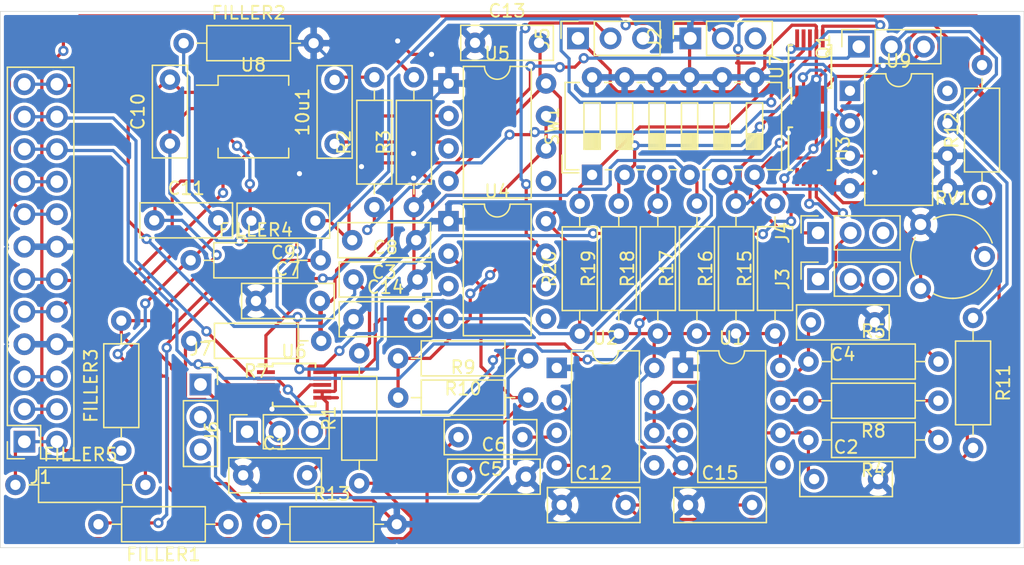
<source format=kicad_pcb>
(kicad_pcb (version 20171130) (host pcbnew "(5.1.10)-1")
  (layers (0 F.Cu signal) (31 B.Cu signal) (34 B.Paste user) (35 F.Paste user) (36 B.SilkS user) (37 F.SilkS user) (38 B.Mask user) (39 F.Mask user) (44 Edge.Cuts user))
  (net 0 "")
  (net 1 APC2)
  (net 2 "Net-(10u1-Pad1)")
  (net 3 5V)
  (net 4 A0)
  (net 5 "Net-(C2-Pad1)")
  (net 6 LPG_OUT)
  (net 7 "Net-(C4-Pad2)")
  (net 8 APC1_OUT)
  (net 9 "Net-(C5-Pad1)")
  (net 10 "Net-(C6-Pad1)")
  (net 11 "Net-(C7-Pad2)")
  (net 12 TRIG)
  (net 13 "Net-(C9-Pad2)")
  (net 14 "Net-(C10-Pad2)")
  (net 15 "Net-(C10-Pad1)")
  (net 16 "Net-(C11-Pad2)")
  (net 17 SCL)
  (net 18 SDA)
  (net 19 DET)
  (net 20 -12V)
  (net 21 +12V)
  (net 22 A_IN)
  (net 23 A_OUT_R)
  (net 24 A_OUT_L)
  (net 25 "Net-(J3-Pad2)")
  (net 26 Digi2)
  (net 27 "Net-(J4-Pad2)")
  (net 28 Digi1)
  (net 29 "Net-(J5-Pad2)")
  (net 30 APC2_IN)
  (net 31 "Net-(J6-Pad2)")
  (net 32 Digi4)
  (net 33 "Net-(J7-Pad2)")
  (net 34 Digi3)
  (net 35 "Net-(R1-Pad1)")
  (net 36 "Net-(R4-Pad1)")
  (net 37 "Net-(U1-Pad3)")
  (net 38 "Net-(U4-Pad3)")
  (net 39 GND)
  (net 40 A1)
  (net 41 A2)
  (net 42 A3)
  (net 43 A4)
  (net 44 A5)
  (net 45 5V_CL)
  (net 46 VACTROL_OUT)
  (net 47 "Net-(Q1-Pad2)")
  (net 48 "Net-(RV1-Pad2)")
  (net 49 "Net-(U8-Pad6)")
  (net 50 BUFFER_POT)
  (module Package_SO:SO-8_5.3x6.2mm_P1.27mm (layer F.Cu) (at 148.05 41.25)
    (fp_text reference U8 (at 0 -4.05) (layer F.SilkS))
    (fp_text value TL072)
    (pad 8 smd roundrect (at 3.5 -1.905) (size 1.9 0.6) (layers F.Cu F.Paste F.Mask) (net 21 +12V))
    (pad 7 smd roundrect (at 3.5 -0.635) (size 1.9 0.6) (layers F.Cu F.Paste F.Mask) (net 49 "Net-(U8-Pad6)"))
    (pad 6 smd roundrect (at 3.5 0.635) (size 1.9 0.6) (layers F.Cu F.Paste F.Mask) (net 49 "Net-(U8-Pad6)"))
    (pad 5 smd roundrect (at 3.5 1.905) (size 1.9 0.6) (layers F.Cu F.Paste F.Mask) (net 39 GND))
    (pad 4 smd roundrect (at -3.5 1.905) (size 1.9 0.6) (layers F.Cu F.Paste F.Mask) (net 20 -12V))
    (pad 3 smd roundrect (at -3.5 0.635) (size 1.9 0.6) (layers F.Cu F.Paste F.Mask) (net 13 "Net-(C9-Pad2)"))
    (pad 2 smd roundrect (at -3.5 -0.635) (size 1.9 0.6) (layers F.Cu F.Paste F.Mask) (net 15 "Net-(C10-Pad1)"))
    (pad 1 smd roundrect (at -3.5 -1.905) (size 1.9 0.6) (layers F.Cu F.Paste F.Mask) (net 14 "Net-(C10-Pad2)"))
  )
  (module Resistor_THT:R_Axial_DIN0207_L6.3mm_D2.5mm_P10.16mm_Horizontal (layer F.Cu) (at 137.725 67.35 90)
    (fp_text reference FILLER3 (at 5.08 -2.37 90) (layer F.SilkS))
    (fp_text value 1k)
    (pad 2 thru_hole oval (at 10.16 0 90) (size 1.6 1.6) (drill 0.8) (layers *.Cu *.Mask) (net 14 "Net-(C10-Pad2)"))
    (pad 1 thru_hole circle (at 0 0 90) (size 1.6 1.6) (drill 0.8) (layers *.Cu *.Mask) (net 24 A_OUT_L))
  )
  (module Resistor_THT:R_Axial_DIN0207_L6.3mm_D2.5mm_P10.16mm_Horizontal (layer F.Cu) (at 129.45 70.025)
    (fp_text reference FILLER5 (at 5.08 -2.37) (layer F.SilkS))
    (fp_text value 1k)
    (pad 2 thru_hole oval (at 10.16 0) (size 1.6 1.6) (drill 0.8) (layers *.Cu *.Mask) (net 16 "Net-(C11-Pad2)"))
    (pad 1 thru_hole circle (at 0 0) (size 1.6 1.6) (drill 0.8) (layers *.Cu *.Mask) (net 24 A_OUT_L))
  )
  (module Resistor_THT:R_Axial_DIN0207_L6.3mm_D2.5mm_P10.16mm_Horizontal (layer F.Cu) (at 143.15 52.475)
    (fp_text reference FILLER4 (at 5.08 -2.37) (layer F.SilkS))
    (fp_text value 1k)
    (pad 2 thru_hole oval (at 10.16 0) (size 1.6 1.6) (drill 0.8) (layers *.Cu *.Mask) (net 50 BUFFER_POT))
    (pad 1 thru_hole circle (at 0 0) (size 1.6 1.6) (drill 0.8) (layers *.Cu *.Mask) (net 16 "Net-(C11-Pad2)"))
  )
  (module Resistor_THT:R_Axial_DIN0207_L6.3mm_D2.5mm_P10.16mm_Horizontal (layer F.Cu) (at 142.6 35.5)
    (fp_text reference FILLER2 (at 5.08 -2.37) (layer F.SilkS))
    (fp_text value 1k)
    (pad 2 thru_hole oval (at 10.16 0) (size 1.6 1.6) (drill 0.8) (layers *.Cu *.Mask) (net 39 GND))
    (pad 1 thru_hole circle (at 0 0) (size 1.6 1.6) (drill 0.8) (layers *.Cu *.Mask) (net 16 "Net-(C11-Pad2)"))
  )
  (module Resistor_THT:R_Axial_DIN0207_L6.3mm_D2.5mm_P10.16mm_Horizontal (layer F.Cu) (at 146.1 73.1 180)
    (fp_text reference FILLER1 (at 5.08 -2.37) (layer F.SilkS))
    (fp_text value 1k)
    (pad 2 thru_hole oval (at 10.16 0 180) (size 1.6 1.6) (drill 0.8) (layers *.Cu *.Mask) (net 50 BUFFER_POT))
    (pad 1 thru_hole circle (at 0 0 180) (size 1.6 1.6) (drill 0.8) (layers *.Cu *.Mask) (net 14 "Net-(C10-Pad2)"))
  )
  (module Resistor_THT:R_Axial_DIN0207_L6.3mm_D2.5mm_P10.16mm_Horizontal (layer F.Cu) (at 149.1 73.1)
    (fp_text reference R13 (at 5.08 -2.37) (layer F.SilkS))
    (fp_text value 1M)
    (pad 2 thru_hole oval (at 10.16 0) (size 1.6 1.6) (drill 0.8) (layers *.Cu *.Mask) (net 39 GND))
    (pad 1 thru_hole circle (at 0 0) (size 1.6 1.6) (drill 0.8) (layers *.Cu *.Mask) (net 15 "Net-(C10-Pad1)"))
  )
  (module Capacitor_THT:C_Disc_D7.0mm_W2.5mm_P5.00mm (layer F.Cu) (at 182.025 71.6)
    (fp_text reference C15 (at 2.5 -2.5) (layer F.SilkS))
    (fp_text value 22p)
    (pad 2 thru_hole circle (at 5 0) (size 1.6 1.6) (drill 0.8) (layers *.Cu *.Mask) (net 45 5V_CL))
    (pad 1 thru_hole circle (at 0 0) (size 1.6 1.6) (drill 0.8) (layers *.Cu *.Mask) (net 39 GND))
  )
  (module Capacitor_THT:C_Disc_D7.0mm_W2.5mm_P5.00mm (layer F.Cu) (at 155.875 57.075)
    (fp_text reference C14 (at 2.5 -2.5) (layer F.SilkS))
    (fp_text value 22p)
    (pad 2 thru_hole circle (at 5 0) (size 1.6 1.6) (drill 0.8) (layers *.Cu *.Mask) (net 45 5V_CL))
    (pad 1 thru_hole circle (at 0 0) (size 1.6 1.6) (drill 0.8) (layers *.Cu *.Mask) (net 39 GND))
  )
  (module Capacitor_THT:C_Disc_D7.0mm_W2.5mm_P5.00mm (layer F.Cu) (at 165.375 35.475)
    (fp_text reference C13 (at 2.5 -2.5) (layer F.SilkS))
    (fp_text value 22p)
    (pad 2 thru_hole circle (at 5 0) (size 1.6 1.6) (drill 0.8) (layers *.Cu *.Mask) (net 45 5V_CL))
    (pad 1 thru_hole circle (at 0 0) (size 1.6 1.6) (drill 0.8) (layers *.Cu *.Mask) (net 39 GND))
  )
  (module Capacitor_THT:C_Disc_D7.0mm_W2.5mm_P5.00mm (layer F.Cu) (at 172.15 71.6)
    (fp_text reference C12 (at 2.5 -2.5) (layer F.SilkS))
    (fp_text value 22p)
    (pad 2 thru_hole circle (at 5 0) (size 1.6 1.6) (drill 0.8) (layers *.Cu *.Mask) (net 45 5V_CL))
    (pad 1 thru_hole circle (at 0 0) (size 1.6 1.6) (drill 0.8) (layers *.Cu *.Mask) (net 39 GND))
  )
  (module Capacitor_THT:C_Disc_D7.0mm_W2.5mm_P5.00mm (layer F.Cu) (at 140.3 49.35)
    (fp_text reference C11 (at 2.5 -2.5) (layer F.SilkS))
    (fp_text value 1u)
    (pad 2 thru_hole circle (at 5 0) (size 1.6 1.6) (drill 0.8) (layers *.Cu *.Mask) (net 16 "Net-(C11-Pad2)"))
    (pad 1 thru_hole circle (at 0 0) (size 1.6 1.6) (drill 0.8) (layers *.Cu *.Mask) (net 14 "Net-(C10-Pad2)"))
  )
  (module Capacitor_THT:C_Disc_D7.0mm_W2.5mm_P5.00mm (layer F.Cu) (at 141.525 43.35 90)
    (fp_text reference C10 (at 2.5 -2.5 90) (layer F.SilkS))
    (fp_text value 100n)
    (pad 2 thru_hole circle (at 5 0 90) (size 1.6 1.6) (drill 0.8) (layers *.Cu *.Mask) (net 14 "Net-(C10-Pad2)"))
    (pad 1 thru_hole circle (at 0 0 90) (size 1.6 1.6) (drill 0.8) (layers *.Cu *.Mask) (net 15 "Net-(C10-Pad1)"))
  )
  (module Capacitor_THT:C_Disc_D7.0mm_W2.5mm_P5.00mm (layer F.Cu) (at 152.89458 49.373 180)
    (fp_text reference C9 (at 2.5 -2.5) (layer F.SilkS))
    (fp_text value 100n)
    (pad 2 thru_hole circle (at 5 0 180) (size 1.6 1.6) (drill 0.8) (layers *.Cu *.Mask) (net 13 "Net-(C9-Pad2)"))
    (pad 1 thru_hole circle (at 0 0 180) (size 1.6 1.6) (drill 0.8) (layers *.Cu *.Mask) (net 6 LPG_OUT))
  )
  (module Capacitor_THT:C_Disc_D7.0mm_W2.5mm_P5.00mm (layer F.Cu) (at 155.875 53.975)
    (fp_text reference C8 (at 2.5 -2.5) (layer F.SilkS))
    (fp_text value 100u)
    (pad 2 thru_hole circle (at 5 0) (size 1.6 1.6) (drill 0.8) (layers *.Cu *.Mask) (net 39 GND))
    (pad 1 thru_hole circle (at 0 0) (size 1.6 1.6) (drill 0.8) (layers *.Cu *.Mask) (net 12 TRIG))
  )
  (module Capacitor_THT:C_Disc_D7.0mm_W2.5mm_P5.00mm (layer F.Cu) (at 148.25 55.65)
    (fp_text reference C7 (at 2.5 -2.5) (layer F.SilkS))
    (fp_text value 100n)
    (pad 2 thru_hole circle (at 5 0) (size 1.6 1.6) (drill 0.8) (layers *.Cu *.Mask) (net 11 "Net-(C7-Pad2)"))
    (pad 1 thru_hole circle (at 0 0) (size 1.6 1.6) (drill 0.8) (layers *.Cu *.Mask) (net 39 GND))
  )
  (module Capacitor_THT:C_Disc_D7.0mm_W2.5mm_P5.00mm (layer F.Cu) (at 164.35 69.38566)
    (fp_text reference C6 (at 2.5 -2.5) (layer F.SilkS))
    (fp_text value 100n)
    (pad 2 thru_hole circle (at 5 0) (size 1.6 1.6) (drill 0.8) (layers *.Cu *.Mask) (net 39 GND))
    (pad 1 thru_hole circle (at 0 0) (size 1.6 1.6) (drill 0.8) (layers *.Cu *.Mask) (net 10 "Net-(C6-Pad1)"))
  )
  (module Capacitor_THT:C_Disc_D7.0mm_W2.5mm_P5.00mm (layer F.Cu) (at 169.08454 66.29448 180)
    (fp_text reference C5 (at 2.5 -2.5) (layer F.SilkS))
    (fp_text value 10u)
    (pad 2 thru_hole circle (at 5 0 180) (size 1.6 1.6) (drill 0.8) (layers *.Cu *.Mask) (net 8 APC1_OUT))
    (pad 1 thru_hole circle (at 0 0 180) (size 1.6 1.6) (drill 0.8) (layers *.Cu *.Mask) (net 9 "Net-(C5-Pad1)"))
  )
  (module Capacitor_THT:C_Disc_D7.0mm_W2.5mm_P5.00mm (layer F.Cu) (at 196.625 57.325 180)
    (fp_text reference C4 (at 2.5 -2.5) (layer F.SilkS))
    (fp_text value 100n)
    (pad 2 thru_hole circle (at 5 0 180) (size 1.6 1.6) (drill 0.8) (layers *.Cu *.Mask) (net 7 "Net-(C4-Pad2)"))
    (pad 1 thru_hole circle (at 0 0 180) (size 1.6 1.6) (drill 0.8) (layers *.Cu *.Mask) (net 39 GND))
  )
  (module Capacitor_THT:C_Disc_D7.0mm_W2.5mm_P5.00mm (layer F.Cu) (at 160.775 50.9 180)
    (fp_text reference C3 (at 2.5 -2.5) (layer F.SilkS))
    (fp_text value 22n)
    (pad 2 thru_hole circle (at 5 0 180) (size 1.6 1.6) (drill 0.8) (layers *.Cu *.Mask) (net 6 LPG_OUT))
    (pad 1 thru_hole circle (at 0 0 180) (size 1.6 1.6) (drill 0.8) (layers *.Cu *.Mask) (net 39 GND))
  )
  (module Capacitor_THT:C_Disc_D7.0mm_W2.5mm_P5.00mm (layer F.Cu) (at 191.87596 69.57108)
    (fp_text reference C2 (at 2.5 -2.5) (layer F.SilkS))
    (fp_text value 100n)
    (pad 2 thru_hole circle (at 5 0) (size 1.6 1.6) (drill 0.8) (layers *.Cu *.Mask) (net 39 GND))
    (pad 1 thru_hole circle (at 0 0) (size 1.6 1.6) (drill 0.8) (layers *.Cu *.Mask) (net 5 "Net-(C2-Pad1)"))
  )
  (module Capacitor_THT:C_Disc_D7.0mm_W2.5mm_P5.00mm (layer F.Cu) (at 147.25 69.275)
    (fp_text reference C1 (at 2.5 -2.5) (layer F.SilkS))
    (fp_text value 1m)
    (pad 2 thru_hole circle (at 5 0) (size 1.6 1.6) (drill 0.8) (layers *.Cu *.Mask) (net 45 5V_CL))
    (pad 1 thru_hole circle (at 0 0) (size 1.6 1.6) (drill 0.8) (layers *.Cu *.Mask) (net 39 GND))
  )
  (module Capacitor_THT:C_Disc_D7.0mm_W2.5mm_P5.00mm (layer F.Cu) (at 154.4 43.375 90)
    (fp_text reference 10u1 (at 2.5 -2.5 90) (layer F.SilkS))
    (fp_text value CP)
    (pad 2 thru_hole circle (at 5 0 90) (size 1.6 1.6) (drill 0.8) (layers *.Cu *.Mask) (net 1 APC2))
    (pad 1 thru_hole circle (at 0 0 90) (size 1.6 1.6) (drill 0.8) (layers *.Cu *.Mask) (net 2 "Net-(10u1-Pad1)"))
  )
  (module Package_DIP:DIP-8_W7.62mm (layer F.Cu) (at 194.675 39.225)
    (fp_text reference U9 (at 3.81 -2.33) (layer F.SilkS))
    (fp_text value AD8561)
    (pad 8 thru_hole oval (at 7.62 0) (size 1.6 1.6) (drill 0.8) (layers *.Cu *.Mask))
    (pad 4 thru_hole oval (at 0 7.62) (size 1.6 1.6) (drill 0.8) (layers *.Cu *.Mask) (net 39 GND))
    (pad 7 thru_hole oval (at 7.62 2.54) (size 1.6 1.6) (drill 0.8) (layers *.Cu *.Mask) (net 47 "Net-(Q1-Pad2)"))
    (pad 3 thru_hole oval (at 0 5.08) (size 1.6 1.6) (drill 0.8) (layers *.Cu *.Mask) (net 48 "Net-(RV1-Pad2)"))
    (pad 6 thru_hole oval (at 7.62 5.08) (size 1.6 1.6) (drill 0.8) (layers *.Cu *.Mask) (net 39 GND))
    (pad 2 thru_hole oval (at 0 2.54) (size 1.6 1.6) (drill 0.8) (layers *.Cu *.Mask) (net 46 VACTROL_OUT))
    (pad 5 thru_hole oval (at 7.62 7.62) (size 1.6 1.6) (drill 0.8) (layers *.Cu *.Mask) (net 39 GND))
    (pad 1 thru_hole rect (at 0 0) (size 1.6 1.6) (drill 0.8) (layers *.Cu *.Mask) (net 45 5V_CL))
  )
  (module Potentiometer_THT:Potentiometer_Piher_PT-6-V_Vertical (layer F.Cu) (at 200.2 54.675)
    (fp_text reference RV1 (at 2.5 -7.06) (layer F.SilkS))
    (fp_text value R_POT)
    (pad 1 thru_hole circle (at 0 0) (size 1.62 1.62) (drill 0.9) (layers *.Cu *.Mask) (net 45 5V_CL))
    (pad 2 thru_hole circle (at 5 -2.5) (size 1.62 1.62) (drill 0.9) (layers *.Cu *.Mask) (net 48 "Net-(RV1-Pad2)"))
    (pad 3 thru_hole circle (at 0 -5) (size 1.62 1.62) (drill 0.9) (layers *.Cu *.Mask) (net 39 GND))
  )
  (module Resistor_THT:R_Axial_DIN0207_L6.3mm_D2.5mm_P10.16mm_Horizontal (layer F.Cu) (at 205 47.375 90)
    (fp_text reference R12 (at 5.08 -2.37 90) (layer F.SilkS))
    (fp_text value 47)
    (pad 2 thru_hole oval (at 10.16 0 90) (size 1.6 1.6) (drill 0.8) (layers *.Cu *.Mask) (net 3 5V))
    (pad 1 thru_hole circle (at 0 0 90) (size 1.6 1.6) (drill 0.8) (layers *.Cu *.Mask) (net 45 5V_CL))
  )
  (module Resistor_THT:R_Axial_DIN0207_L6.3mm_D2.5mm_P10.16mm_Horizontal (layer F.Cu) (at 204.3 56.975 270)
    (fp_text reference R11 (at 5.08 -2.37 90) (layer F.SilkS))
    (fp_text value 10k)
    (pad 2 thru_hole oval (at 10.16 0 270) (size 1.6 1.6) (drill 0.8) (layers *.Cu *.Mask) (net 45 5V_CL))
    (pad 1 thru_hole circle (at 0 0 270) (size 1.6 1.6) (drill 0.8) (layers *.Cu *.Mask) (net 47 "Net-(Q1-Pad2)"))
  )
  (module Connector_PinSocket_2.54mm:PinSocket_1x03_P2.54mm_Vertical (layer F.Cu) (at 195.375 35.775 90)
    (fp_text reference Q1 (at 0 -2.77 90) (layer F.SilkS))
    (fp_text value 2N3904)
    (pad 3 thru_hole oval (at 0 5.08 90) (size 1.7 1.7) (drill 1) (layers *.Cu *.Mask) (net 46 VACTROL_OUT))
    (pad 2 thru_hole oval (at 0 2.54 90) (size 1.7 1.7) (drill 1) (layers *.Cu *.Mask) (net 47 "Net-(Q1-Pad2)"))
    (pad 1 thru_hole rect (at 0 0 90) (size 1.7 1.7) (drill 1) (layers *.Cu *.Mask) (net 6 LPG_OUT))
  )
  (module Package_SO:MSOP-10_3x3mm_P0.5mm (layer F.Cu) (at 191.55 37.325 90)
    (fp_text reference U7 (at 0 -2.6 90) (layer F.SilkS))
    (fp_text value MCP46x2)
    (pad 1 smd rect (at -2.2 -1 90) (size 1.4 0.3) (layers F.Cu F.Paste F.Mask) (net 43 A4))
    (pad 2 smd rect (at -2.2 -0.5 90) (size 1.4 0.3) (layers F.Cu F.Paste F.Mask) (net 17 SCL))
    (pad 3 smd rect (at -2.2 0 90) (size 1.4 0.3) (layers F.Cu F.Paste F.Mask) (net 18 SDA))
    (pad 4 smd rect (at -2.2 0.5 90) (size 1.4 0.3) (layers F.Cu F.Paste F.Mask) (net 39 GND))
    (pad 5 smd rect (at -2.2 1 90) (size 1.4 0.3) (layers F.Cu F.Paste F.Mask) (net 8 APC1_OUT))
    (pad 6 smd rect (at 2.2 1 90) (size 1.4 0.3) (layers F.Cu F.Paste F.Mask) (net 30 APC2_IN))
    (pad 7 smd rect (at 2.2 0.5 90) (size 1.4 0.3) (layers F.Cu F.Paste F.Mask) (net 39 GND))
    (pad 8 smd rect (at 2.2 0 90) (size 1.4 0.3) (layers F.Cu F.Paste F.Mask) (net 50 BUFFER_POT))
    (pad 9 smd rect (at 2.2 -0.5 90) (size 1.4 0.3) (layers F.Cu F.Paste F.Mask) (net 44 A5))
    (pad 10 smd rect (at 2.2 -1 90) (size 1.4 0.3) (layers F.Cu F.Paste F.Mask) (net 45 5V_CL))
  )
  (module Package_SO:MSOP-10_3x3mm_P0.5mm (layer F.Cu) (at 191.55 43.75 270)
    (fp_text reference U3 (at 0 -2.6 90) (layer F.SilkS))
    (fp_text value MCP46x2)
    (pad 1 smd rect (at -2.2 -1 270) (size 1.4 0.3) (layers F.Cu F.Paste F.Mask) (net 4 A0))
    (pad 2 smd rect (at -2.2 -0.5 270) (size 1.4 0.3) (layers F.Cu F.Paste F.Mask) (net 17 SCL))
    (pad 3 smd rect (at -2.2 0 270) (size 1.4 0.3) (layers F.Cu F.Paste F.Mask) (net 18 SDA))
    (pad 4 smd rect (at -2.2 0.5 270) (size 1.4 0.3) (layers F.Cu F.Paste F.Mask) (net 39 GND))
    (pad 5 smd rect (at -2.2 1 270) (size 1.4 0.3) (layers F.Cu F.Paste F.Mask) (net 28 Digi1))
    (pad 6 smd rect (at 2.2 1 270) (size 1.4 0.3) (layers F.Cu F.Paste F.Mask) (net 45 5V_CL))
    (pad 7 smd rect (at 2.2 0.5 270) (size 1.4 0.3) (layers F.Cu F.Paste F.Mask) (net 45 5V_CL))
    (pad 8 smd rect (at 2.2 0 270) (size 1.4 0.3) (layers F.Cu F.Paste F.Mask) (net 26 Digi2))
    (pad 9 smd rect (at 2.2 -0.5 270) (size 1.4 0.3) (layers F.Cu F.Paste F.Mask) (net 40 A1))
    (pad 10 smd rect (at 2.2 -1 270) (size 1.4 0.3) (layers F.Cu F.Paste F.Mask) (net 45 5V_CL))
  )
  (module Resistor_THT:R_Axial_DIN0207_L6.3mm_D2.5mm_P10.16mm_Horizontal (layer F.Cu) (at 169.51888 60.13752 180)
    (fp_text reference R10 (at 5.08 -2.37) (layer F.SilkS))
    (fp_text value 1k)
    (pad 1 thru_hole circle (at 0 0 180) (size 1.6 1.6) (drill 0.8) (layers *.Cu *.Mask) (net 33 "Net-(J7-Pad2)"))
    (pad 2 thru_hole oval (at 10.16 0 180) (size 1.6 1.6) (drill 0.8) (layers *.Cu *.Mask) (net 29 "Net-(J5-Pad2)"))
  )
  (module Connector_PinSocket_2.54mm:PinSocket_1x03_P2.54mm_Vertical (layer F.Cu) (at 182.2 35.125 90)
    (fp_text reference J2 (at 0 -2.77 90) (layer F.SilkS))
    (fp_text value Conn_01x03)
    (pad 1 thru_hole rect (at 0 0 90) (size 1.7 1.7) (drill 1) (layers *.Cu *.Mask) (net 39 GND))
    (pad 2 thru_hole oval (at 0 2.54 90) (size 1.7 1.7) (drill 1) (layers *.Cu *.Mask) (net 50 BUFFER_POT))
    (pad 3 thru_hole oval (at 0 5.08 90) (size 1.7 1.7) (drill 1) (layers *.Cu *.Mask))
  )
  (module Connector_PinSocket_2.54mm:PinSocket_1x03_P2.54mm_Vertical (layer F.Cu) (at 143.91458 62.17554)
    (fp_text reference J7 (at 0 -2.77) (layer F.SilkS))
    (fp_text value Conn_01x03)
    (pad 1 thru_hole rect (at 0 0) (size 1.7 1.7) (drill 1) (layers *.Cu *.Mask) (net 34 Digi3))
    (pad 2 thru_hole oval (at 0 2.54) (size 1.7 1.7) (drill 1) (layers *.Cu *.Mask) (net 33 "Net-(J7-Pad2)"))
    (pad 3 thru_hole oval (at 0 5.08) (size 1.7 1.7) (drill 1) (layers *.Cu *.Mask))
  )
  (module Button_Switch_THT:SW_DIP_SPSTx06_Slide_6.7x16.8mm_W7.62mm_P2.54mm_LowProfile (layer F.Cu) (at 174.52268 45.79414 90)
    (fp_text reference SW1 (at 3.81 -3.11 90) (layer F.SilkS))
    (fp_text value SW_DIP_x06)
    (pad 1 thru_hole rect (at 0 0 90) (size 1.6 1.6) (drill 0.8) (layers *.Cu *.Mask) (net 44 A5))
    (pad 7 thru_hole oval (at 7.62 12.7 90) (size 1.6 1.6) (drill 0.8) (layers *.Cu *.Mask) (net 39 GND))
    (pad 2 thru_hole oval (at 0 2.54 90) (size 1.6 1.6) (drill 0.8) (layers *.Cu *.Mask) (net 43 A4))
    (pad 8 thru_hole oval (at 7.62 10.16 90) (size 1.6 1.6) (drill 0.8) (layers *.Cu *.Mask) (net 39 GND))
    (pad 3 thru_hole oval (at 0 5.08 90) (size 1.6 1.6) (drill 0.8) (layers *.Cu *.Mask) (net 42 A3))
    (pad 9 thru_hole oval (at 7.62 7.62 90) (size 1.6 1.6) (drill 0.8) (layers *.Cu *.Mask) (net 39 GND))
    (pad 4 thru_hole oval (at 0 7.62 90) (size 1.6 1.6) (drill 0.8) (layers *.Cu *.Mask) (net 41 A2))
    (pad 10 thru_hole oval (at 7.62 5.08 90) (size 1.6 1.6) (drill 0.8) (layers *.Cu *.Mask) (net 39 GND))
    (pad 5 thru_hole oval (at 0 10.16 90) (size 1.6 1.6) (drill 0.8) (layers *.Cu *.Mask) (net 40 A1))
    (pad 11 thru_hole oval (at 7.62 2.54 90) (size 1.6 1.6) (drill 0.8) (layers *.Cu *.Mask) (net 39 GND))
    (pad 6 thru_hole oval (at 0 12.7 90) (size 1.6 1.6) (drill 0.8) (layers *.Cu *.Mask) (net 4 A0))
    (pad 12 thru_hole oval (at 7.62 0 90) (size 1.6 1.6) (drill 0.8) (layers *.Cu *.Mask) (net 39 GND))
  )
  (module Package_DIP:DIP-8_W7.62mm (layer F.Cu) (at 163.3035 38.65166)
    (fp_text reference U5 (at 3.81 -2.33) (layer F.SilkS))
    (fp_text value LM555xM)
    (pad 1 thru_hole rect (at 0 0) (size 1.6 1.6) (drill 0.8) (layers *.Cu *.Mask) (net 39 GND))
    (pad 5 thru_hole oval (at 7.62 7.62) (size 1.6 1.6) (drill 0.8) (layers *.Cu *.Mask))
    (pad 2 thru_hole oval (at 0 2.54) (size 1.6 1.6) (drill 0.8) (layers *.Cu *.Mask) (net 38 "Net-(U4-Pad3)"))
    (pad 6 thru_hole oval (at 7.62 5.08) (size 1.6 1.6) (drill 0.8) (layers *.Cu *.Mask) (net 11 "Net-(C7-Pad2)"))
    (pad 3 thru_hole oval (at 0 5.08) (size 1.6 1.6) (drill 0.8) (layers *.Cu *.Mask) (net 2 "Net-(10u1-Pad1)"))
    (pad 7 thru_hole oval (at 7.62 2.54) (size 1.6 1.6) (drill 0.8) (layers *.Cu *.Mask) (net 11 "Net-(C7-Pad2)"))
    (pad 4 thru_hole oval (at 0 7.62) (size 1.6 1.6) (drill 0.8) (layers *.Cu *.Mask) (net 45 5V_CL))
    (pad 8 thru_hole oval (at 7.62 0) (size 1.6 1.6) (drill 0.8) (layers *.Cu *.Mask) (net 45 5V_CL))
  )
  (module Connector_PinSocket_2.54mm:PinSocket_1x03_P2.54mm_Vertical (layer F.Cu) (at 192.18838 50.32804 90)
    (fp_text reference J4 (at 0 -2.77 90) (layer F.SilkS))
    (fp_text value Conn_01x03)
    (pad 1 thru_hole rect (at 0 0 90) (size 1.7 1.7) (drill 1) (layers *.Cu *.Mask) (net 28 Digi1))
    (pad 2 thru_hole oval (at 0 2.54 90) (size 1.7 1.7) (drill 1) (layers *.Cu *.Mask) (net 27 "Net-(J4-Pad2)"))
    (pad 3 thru_hole oval (at 0 5.08 90) (size 1.7 1.7) (drill 1) (layers *.Cu *.Mask))
  )
  (module Connector_PinSocket_2.54mm:PinSocket_1x03_P2.54mm_Vertical (layer F.Cu) (at 147.55948 65.87124 90)
    (fp_text reference J6 (at 0 -2.77 90) (layer F.SilkS))
    (fp_text value Conn_01x03)
    (pad 1 thru_hole rect (at 0 0 90) (size 1.7 1.7) (drill 1) (layers *.Cu *.Mask) (net 32 Digi4))
    (pad 2 thru_hole oval (at 0 2.54 90) (size 1.7 1.7) (drill 1) (layers *.Cu *.Mask) (net 31 "Net-(J6-Pad2)"))
    (pad 3 thru_hole oval (at 0 5.08 90) (size 1.7 1.7) (drill 1) (layers *.Cu *.Mask))
  )
  (module Resistor_THT:R_Axial_DIN0207_L6.3mm_D2.5mm_P10.16mm_Horizontal (layer F.Cu) (at 156.325 69.9 90)
    (fp_text reference R1 (at 5.08 -2.37 90) (layer F.SilkS))
    (fp_text value 330)
    (pad 1 thru_hole circle (at 0 0 90) (size 1.6 1.6) (drill 0.8) (layers *.Cu *.Mask) (net 35 "Net-(R1-Pad1)"))
    (pad 2 thru_hole oval (at 10.16 0 90) (size 1.6 1.6) (drill 0.8) (layers *.Cu *.Mask) (net 12 TRIG))
  )
  (module Resistor_THT:R_Axial_DIN0207_L6.3mm_D2.5mm_P10.16mm_Horizontal (layer F.Cu) (at 157.50468 48.32144 90)
    (fp_text reference R2 (at 5.08 -2.37 90) (layer F.SilkS))
    (fp_text value 1k)
    (pad 1 thru_hole circle (at 0 0 90) (size 1.6 1.6) (drill 0.8) (layers *.Cu *.Mask) (net 46 VACTROL_OUT))
    (pad 2 thru_hole oval (at 10.16 0 90) (size 1.6 1.6) (drill 0.8) (layers *.Cu *.Mask) (net 1 APC2))
  )
  (module Package_SO:MSOP-10_3x3mm_P0.5mm (layer F.Cu) (at 151.22978 62.21364)
    (fp_text reference U6 (at 0 -2.6) (layer F.SilkS))
    (fp_text value MCP46x2)
    (pad 1 smd rect (at -2.2 -1) (size 1.4 0.3) (layers F.Cu F.Paste F.Mask) (net 41 A2))
    (pad 2 smd rect (at -2.2 -0.5) (size 1.4 0.3) (layers F.Cu F.Paste F.Mask) (net 17 SCL))
    (pad 3 smd rect (at -2.2 0) (size 1.4 0.3) (layers F.Cu F.Paste F.Mask) (net 18 SDA))
    (pad 4 smd rect (at -2.2 0.5) (size 1.4 0.3) (layers F.Cu F.Paste F.Mask) (net 39 GND))
    (pad 5 smd rect (at -2.2 1) (size 1.4 0.3) (layers F.Cu F.Paste F.Mask) (net 34 Digi3))
    (pad 6 smd rect (at 2.2 1) (size 1.4 0.3) (layers F.Cu F.Paste F.Mask) (net 45 5V_CL))
    (pad 7 smd rect (at 2.2 0.5) (size 1.4 0.3) (layers F.Cu F.Paste F.Mask) (net 45 5V_CL))
    (pad 8 smd rect (at 2.2 0) (size 1.4 0.3) (layers F.Cu F.Paste F.Mask) (net 32 Digi4))
    (pad 9 smd rect (at 2.2 -0.5) (size 1.4 0.3) (layers F.Cu F.Paste F.Mask) (net 42 A3))
    (pad 10 smd rect (at 2.2 -1) (size 1.4 0.3) (layers F.Cu F.Paste F.Mask) (net 45 5V_CL))
  )
  (module Resistor_THT:R_Axial_DIN0207_L6.3mm_D2.5mm_P10.16mm_Horizontal (layer F.Cu) (at 179.6611 58.20204 90)
    (fp_text reference R18 (at 5.08 -2.37 90) (layer F.SilkS))
    (fp_text value 10k)
    (pad 1 thru_hole circle (at 0 0 90) (size 1.6 1.6) (drill 0.8) (layers *.Cu *.Mask) (net 45 5V_CL))
    (pad 2 thru_hole oval (at 10.16 0 90) (size 1.6 1.6) (drill 0.8) (layers *.Cu *.Mask) (net 42 A3))
  )
  (module Resistor_THT:R_Axial_DIN0207_L6.3mm_D2.5mm_P10.16mm_Horizontal (layer F.Cu) (at 173.55748 58.20712 90)
    (fp_text reference R20 (at 5.08 -2.37 90) (layer F.SilkS))
    (fp_text value 10k)
    (pad 1 thru_hole circle (at 0 0 90) (size 1.6 1.6) (drill 0.8) (layers *.Cu *.Mask) (net 45 5V_CL))
    (pad 2 thru_hole oval (at 10.16 0 90) (size 1.6 1.6) (drill 0.8) (layers *.Cu *.Mask) (net 44 A5))
  )
  (module Resistor_THT:R_Axial_DIN0207_L6.3mm_D2.5mm_P10.16mm_Horizontal (layer F.Cu) (at 182.71672 58.19696 90)
    (fp_text reference R17 (at 5.08 -2.37 90) (layer F.SilkS))
    (fp_text value 10k)
    (pad 1 thru_hole circle (at 0 0 90) (size 1.6 1.6) (drill 0.8) (layers *.Cu *.Mask) (net 45 5V_CL))
    (pad 2 thru_hole oval (at 10.16 0 90) (size 1.6 1.6) (drill 0.8) (layers *.Cu *.Mask) (net 41 A2))
  )
  (module Connector_PinSocket_2.54mm:PinSocket_2x12_P2.54mm_Vertical (layer F.Cu) (at 130.15 66.65 180)
    (fp_text reference J1 (at -1.27 -2.77) (layer F.SilkS))
    (fp_text value Conn_02x12_Odd_Even)
    (pad 1 thru_hole rect (at 0 0 180) (size 1.7 1.7) (drill 1) (layers *.Cu *.Mask) (net 24 A_OUT_L))
    (pad 2 thru_hole oval (at -2.54 0 180) (size 1.7 1.7) (drill 1) (layers *.Cu *.Mask) (net 24 A_OUT_L))
    (pad 3 thru_hole oval (at 0 2.54 180) (size 1.7 1.7) (drill 1) (layers *.Cu *.Mask) (net 23 A_OUT_R))
    (pad 4 thru_hole oval (at -2.54 2.54 180) (size 1.7 1.7) (drill 1) (layers *.Cu *.Mask) (net 23 A_OUT_R))
    (pad 5 thru_hole oval (at 0 5.08 180) (size 1.7 1.7) (drill 1) (layers *.Cu *.Mask) (net 22 A_IN))
    (pad 6 thru_hole oval (at -2.54 5.08 180) (size 1.7 1.7) (drill 1) (layers *.Cu *.Mask) (net 22 A_IN))
    (pad 7 thru_hole oval (at 0 7.62 180) (size 1.7 1.7) (drill 1) (layers *.Cu *.Mask) (net 39 GND))
    (pad 8 thru_hole oval (at -2.54 7.62 180) (size 1.7 1.7) (drill 1) (layers *.Cu *.Mask) (net 39 GND))
    (pad 9 thru_hole oval (at 0 10.16 180) (size 1.7 1.7) (drill 1) (layers *.Cu *.Mask) (net 21 +12V))
    (pad 10 thru_hole oval (at -2.54 10.16 180) (size 1.7 1.7) (drill 1) (layers *.Cu *.Mask) (net 21 +12V))
    (pad 11 thru_hole oval (at 0 12.7 180) (size 1.7 1.7) (drill 1) (layers *.Cu *.Mask) (net 20 -12V))
    (pad 12 thru_hole oval (at -2.54 12.7 180) (size 1.7 1.7) (drill 1) (layers *.Cu *.Mask) (net 20 -12V))
    (pad 13 thru_hole oval (at 0 15.24 180) (size 1.7 1.7) (drill 1) (layers *.Cu *.Mask) (net 39 GND))
    (pad 14 thru_hole oval (at -2.54 15.24 180) (size 1.7 1.7) (drill 1) (layers *.Cu *.Mask) (net 39 GND))
    (pad 15 thru_hole oval (at 0 17.78 180) (size 1.7 1.7) (drill 1) (layers *.Cu *.Mask) (net 3 5V))
    (pad 16 thru_hole oval (at -2.54 17.78 180) (size 1.7 1.7) (drill 1) (layers *.Cu *.Mask) (net 3 5V))
    (pad 17 thru_hole oval (at 0 20.32 180) (size 1.7 1.7) (drill 1) (layers *.Cu *.Mask) (net 19 DET))
    (pad 18 thru_hole oval (at -2.54 20.32 180) (size 1.7 1.7) (drill 1) (layers *.Cu *.Mask) (net 19 DET))
    (pad 19 thru_hole oval (at 0 22.86 180) (size 1.7 1.7) (drill 1) (layers *.Cu *.Mask) (net 18 SDA))
    (pad 20 thru_hole oval (at -2.54 22.86 180) (size 1.7 1.7) (drill 1) (layers *.Cu *.Mask) (net 18 SDA))
    (pad 21 thru_hole oval (at 0 25.4 180) (size 1.7 1.7) (drill 1) (layers *.Cu *.Mask) (net 17 SCL))
    (pad 22 thru_hole oval (at -2.54 25.4 180) (size 1.7 1.7) (drill 1) (layers *.Cu *.Mask) (net 17 SCL))
    (pad 23 thru_hole oval (at 0 27.94 180) (size 1.7 1.7) (drill 1) (layers *.Cu *.Mask) (net 12 TRIG))
    (pad 24 thru_hole oval (at -2.54 27.94 180) (size 1.7 1.7) (drill 1) (layers *.Cu *.Mask) (net 12 TRIG))
  )
  (module Connector_PinSocket_2.54mm:PinSocket_1x03_P2.54mm_Vertical (layer F.Cu) (at 173.425 35.125 90)
    (fp_text reference J5 (at 0 -2.77 90) (layer F.SilkS))
    (fp_text value Conn_01x03)
    (pad 1 thru_hole rect (at 0 0 90) (size 1.7 1.7) (drill 1) (layers *.Cu *.Mask) (net 30 APC2_IN))
    (pad 2 thru_hole oval (at 0 2.54 90) (size 1.7 1.7) (drill 1) (layers *.Cu *.Mask) (net 29 "Net-(J5-Pad2)"))
    (pad 3 thru_hole oval (at 0 5.08 90) (size 1.7 1.7) (drill 1) (layers *.Cu *.Mask))
  )
  (module Connector_PinSocket_2.54mm:PinSocket_1x03_P2.54mm_Vertical (layer F.Cu) (at 192.18838 53.94754 90)
    (fp_text reference J3 (at 0 -2.77 90) (layer F.SilkS))
    (fp_text value Conn_01x03)
    (pad 1 thru_hole rect (at 0 0 90) (size 1.7 1.7) (drill 1) (layers *.Cu *.Mask) (net 26 Digi2))
    (pad 2 thru_hole oval (at 0 2.54 90) (size 1.7 1.7) (drill 1) (layers *.Cu *.Mask) (net 25 "Net-(J3-Pad2)"))
    (pad 3 thru_hole oval (at 0 5.08 90) (size 1.7 1.7) (drill 1) (layers *.Cu *.Mask))
  )
  (module Resistor_THT:R_Axial_DIN0207_L6.3mm_D2.5mm_P10.16mm_Horizontal (layer F.Cu) (at 176.61056 58.20204 90)
    (fp_text reference R19 (at 5.08 -2.37 90) (layer F.SilkS))
    (fp_text value 10k)
    (pad 1 thru_hole circle (at 0 0 90) (size 1.6 1.6) (drill 0.8) (layers *.Cu *.Mask) (net 45 5V_CL))
    (pad 2 thru_hole oval (at 10.16 0 90) (size 1.6 1.6) (drill 0.8) (layers *.Cu *.Mask) (net 43 A4))
  )
  (module Resistor_THT:R_Axial_DIN0207_L6.3mm_D2.5mm_P10.16mm_Horizontal (layer F.Cu) (at 185.7698 58.1995 90)
    (fp_text reference R16 (at 5.08 -2.37 90) (layer F.SilkS))
    (fp_text value 10k)
    (pad 1 thru_hole circle (at 0 0 90) (size 1.6 1.6) (drill 0.8) (layers *.Cu *.Mask) (net 45 5V_CL))
    (pad 2 thru_hole oval (at 10.16 0 90) (size 1.6 1.6) (drill 0.8) (layers *.Cu *.Mask) (net 40 A1))
  )
  (module Resistor_THT:R_Axial_DIN0207_L6.3mm_D2.5mm_P10.16mm_Horizontal (layer F.Cu) (at 188.82288 58.19696 90)
    (fp_text reference R15 (at 5.08 -2.37 90) (layer F.SilkS))
    (fp_text value 10k)
    (pad 1 thru_hole circle (at 0 0 90) (size 1.6 1.6) (drill 0.8) (layers *.Cu *.Mask) (net 45 5V_CL))
    (pad 2 thru_hole oval (at 10.16 0 90) (size 1.6 1.6) (drill 0.8) (layers *.Cu *.Mask) (net 4 A0))
  )
  (module Resistor_THT:R_Axial_DIN0207_L6.3mm_D2.5mm_P10.16mm_Horizontal (layer F.Cu) (at 201.58638 63.44714 180)
    (fp_text reference R8 (at 5.08 -2.37) (layer F.SilkS))
    (fp_text value 1k)
    (pad 1 thru_hole circle (at 0 0 180) (size 1.6 1.6) (drill 0.8) (layers *.Cu *.Mask) (net 27 "Net-(J4-Pad2)"))
    (pad 2 thru_hole oval (at 10.16 0 180) (size 1.6 1.6) (drill 0.8) (layers *.Cu *.Mask) (net 36 "Net-(R4-Pad1)"))
  )
  (module Resistor_THT:R_Axial_DIN0207_L6.3mm_D2.5mm_P10.16mm_Horizontal (layer F.Cu) (at 191.434 60.38644)
    (fp_text reference R5 (at 5.08 -2.37) (layer F.SilkS))
    (fp_text value 1k)
    (pad 1 thru_hole circle (at 0 0) (size 1.6 1.6) (drill 0.8) (layers *.Cu *.Mask) (net 7 "Net-(C4-Pad2)"))
    (pad 2 thru_hole oval (at 10.16 0) (size 1.6 1.6) (drill 0.8) (layers *.Cu *.Mask) (net 25 "Net-(J3-Pad2)"))
  )
  (module Package_DIP:DIP-8_W7.62mm (layer F.Cu) (at 163.29842 49.41364)
    (fp_text reference U4 (at 3.81 -2.33) (layer F.SilkS))
    (fp_text value LM555xM)
    (pad 1 thru_hole rect (at 0 0) (size 1.6 1.6) (drill 0.8) (layers *.Cu *.Mask) (net 39 GND))
    (pad 5 thru_hole oval (at 7.62 7.62) (size 1.6 1.6) (drill 0.8) (layers *.Cu *.Mask))
    (pad 2 thru_hole oval (at 0 2.54) (size 1.6 1.6) (drill 0.8) (layers *.Cu *.Mask) (net 10 "Net-(C6-Pad1)"))
    (pad 6 thru_hole oval (at 7.62 5.08) (size 1.6 1.6) (drill 0.8) (layers *.Cu *.Mask) (net 10 "Net-(C6-Pad1)"))
    (pad 3 thru_hole oval (at 0 5.08) (size 1.6 1.6) (drill 0.8) (layers *.Cu *.Mask) (net 38 "Net-(U4-Pad3)"))
    (pad 7 thru_hole oval (at 7.62 2.54) (size 1.6 1.6) (drill 0.8) (layers *.Cu *.Mask) (net 29 "Net-(J5-Pad2)"))
    (pad 4 thru_hole oval (at 0 7.62) (size 1.6 1.6) (drill 0.8) (layers *.Cu *.Mask) (net 45 5V_CL))
    (pad 8 thru_hole oval (at 7.62 0) (size 1.6 1.6) (drill 0.8) (layers *.Cu *.Mask) (net 45 5V_CL))
  )
  (module Resistor_THT:R_Axial_DIN0207_L6.3mm_D2.5mm_P10.16mm_Horizontal (layer F.Cu) (at 160.59586 48.32398 90)
    (fp_text reference R3 (at 5.08 -2.37 90) (layer F.SilkS))
    (fp_text value 1k)
    (pad 1 thru_hole circle (at 0 0 90) (size 1.6 1.6) (drill 0.8) (layers *.Cu *.Mask) (net 39 GND))
    (pad 2 thru_hole oval (at 10.16 0 90) (size 1.6 1.6) (drill 0.8) (layers *.Cu *.Mask) (net 35 "Net-(R1-Pad1)"))
  )
  (module Resistor_THT:R_Axial_DIN0207_L6.3mm_D2.5mm_P10.16mm_Horizontal (layer F.Cu) (at 159.36396 63.2033)
    (fp_text reference R9 (at 5.08 -2.37) (layer F.SilkS))
    (fp_text value 1k)
    (pad 1 thru_hole circle (at 0 0) (size 1.6 1.6) (drill 0.8) (layers *.Cu *.Mask) (net 29 "Net-(J5-Pad2)"))
    (pad 2 thru_hole oval (at 10.16 0) (size 1.6 1.6) (drill 0.8) (layers *.Cu *.Mask) (net 10 "Net-(C6-Pad1)"))
  )
  (module Package_DIP:DIP-8_W7.62mm (layer F.Cu) (at 181.62198 60.8792)
    (fp_text reference U1 (at 3.81 -2.33) (layer F.SilkS))
    (fp_text value LM555xM)
    (pad 1 thru_hole rect (at 0 0) (size 1.6 1.6) (drill 0.8) (layers *.Cu *.Mask) (net 39 GND))
    (pad 5 thru_hole oval (at 7.62 7.62) (size 1.6 1.6) (drill 0.8) (layers *.Cu *.Mask))
    (pad 2 thru_hole oval (at 0 2.54) (size 1.6 1.6) (drill 0.8) (layers *.Cu *.Mask) (net 5 "Net-(C2-Pad1)"))
    (pad 6 thru_hole oval (at 7.62 5.08) (size 1.6 1.6) (drill 0.8) (layers *.Cu *.Mask) (net 5 "Net-(C2-Pad1)"))
    (pad 3 thru_hole oval (at 0 5.08) (size 1.6 1.6) (drill 0.8) (layers *.Cu *.Mask) (net 37 "Net-(U1-Pad3)"))
    (pad 7 thru_hole oval (at 7.62 2.54) (size 1.6 1.6) (drill 0.8) (layers *.Cu *.Mask) (net 36 "Net-(R4-Pad1)"))
    (pad 4 thru_hole oval (at 0 7.62) (size 1.6 1.6) (drill 0.8) (layers *.Cu *.Mask) (net 45 5V_CL))
    (pad 8 thru_hole oval (at 7.62 0) (size 1.6 1.6) (drill 0.8) (layers *.Cu *.Mask) (net 45 5V_CL))
  )
  (module Package_DIP:DIP-8_W7.62mm (layer F.Cu) (at 171.75916 60.8792)
    (fp_text reference U2 (at 3.81 -2.33) (layer F.SilkS))
    (fp_text value LM555xM)
    (pad 1 thru_hole rect (at 0 0) (size 1.6 1.6) (drill 0.8) (layers *.Cu *.Mask) (net 39 GND))
    (pad 5 thru_hole oval (at 7.62 7.62) (size 1.6 1.6) (drill 0.8) (layers *.Cu *.Mask))
    (pad 2 thru_hole oval (at 0 2.54) (size 1.6 1.6) (drill 0.8) (layers *.Cu *.Mask) (net 37 "Net-(U1-Pad3)"))
    (pad 6 thru_hole oval (at 7.62 5.08) (size 1.6 1.6) (drill 0.8) (layers *.Cu *.Mask) (net 7 "Net-(C4-Pad2)"))
    (pad 3 thru_hole oval (at 0 5.08) (size 1.6 1.6) (drill 0.8) (layers *.Cu *.Mask) (net 9 "Net-(C5-Pad1)"))
    (pad 7 thru_hole oval (at 7.62 2.54) (size 1.6 1.6) (drill 0.8) (layers *.Cu *.Mask) (net 7 "Net-(C4-Pad2)"))
    (pad 4 thru_hole oval (at 0 7.62) (size 1.6 1.6) (drill 0.8) (layers *.Cu *.Mask) (net 45 5V_CL))
    (pad 8 thru_hole oval (at 7.62 0) (size 1.6 1.6) (drill 0.8) (layers *.Cu *.Mask) (net 45 5V_CL))
  )
  (module Resistor_THT:R_Axial_DIN0207_L6.3mm_D2.5mm_P10.16mm_Horizontal (layer F.Cu) (at 153.35576 58.76686 180)
    (fp_text reference R7 (at 5.08 -2.37) (layer F.SilkS))
    (fp_text value 1k)
    (pad 1 thru_hole circle (at 0 0 180) (size 1.6 1.6) (drill 0.8) (layers *.Cu *.Mask) (net 11 "Net-(C7-Pad2)"))
    (pad 2 thru_hole oval (at 10.16 0 180) (size 1.6 1.6) (drill 0.8) (layers *.Cu *.Mask) (net 31 "Net-(J6-Pad2)"))
  )
  (module Resistor_THT:R_Axial_DIN0207_L6.3mm_D2.5mm_P10.16mm_Horizontal (layer F.Cu) (at 201.58892 66.51546 180)
    (fp_text reference R4 (at 5.08 -2.37) (layer F.SilkS))
    (fp_text value 1k)
    (pad 1 thru_hole circle (at 0 0 180) (size 1.6 1.6) (drill 0.8) (layers *.Cu *.Mask) (net 36 "Net-(R4-Pad1)"))
    (pad 2 thru_hole oval (at 10.16 0 180) (size 1.6 1.6) (drill 0.8) (layers *.Cu *.Mask) (net 5 "Net-(C2-Pad1)"))
  )
  (gr_line (start 128.27 33.02) (end 132.08 33.02) (layer Edge.Cuts) (width 0.05))
  (gr_line (start 128.27 74.93) (end 128.27 33.02) (layer Edge.Cuts) (width 0.05))
  (gr_line (start 132.08 74.93) (end 128.27 74.93) (layer Edge.Cuts) (width 0.05))
  (gr_line (start 208.28 74.93) (end 208.28 33.02) (layer Edge.Cuts) (width 0.05))
  (gr_line (start 207.01 74.93) (end 208.28 74.93) (layer Edge.Cuts) (width 0.05))
  (gr_line (start 132.08 74.93) (end 207.01 74.93) (layer Edge.Cuts) (width 0.05))
  (gr_line (start 208.28 33.02) (end 132.08 33.02) (layer Edge.Cuts) (width 0.05))
  (segment (start 154.4262 38.16144) (end 154.41096 38.1462) (width 0.25) (layer F.Cu) (net 1))
  (segment (start 157.50468 38.16144) (end 154.4262 38.16144) (width 0.25) (layer F.Cu) (net 1))
  (segment (start 162.79804 43.2262) (end 163.3035 43.73166) (width 0.25) (layer F.Cu) (net 2))
  (segment (start 154.41096 43.2262) (end 162.79804 43.2262) (width 0.25) (layer F.Cu) (net 2))
  (segment (start 128.974999 47.694999) (end 130.15 48.87) (width 0.25) (layer F.Cu) (net 3))
  (segment (start 128.974999 38.145999) (end 128.974999 47.694999) (width 0.25) (layer F.Cu) (net 3))
  (segment (start 131.770998 35.35) (end 128.974999 38.145999) (width 0.25) (layer F.Cu) (net 3))
  (segment (start 132.475 35.35) (end 131.770998 35.35) (width 0.25) (layer F.Cu) (net 3))
  (segment (start 134.45499 33.37001) (end 132.475 35.35) (width 0.25) (layer F.Cu) (net 3))
  (segment (start 204.57001 33.37001) (end 134.45499 33.37001) (width 0.25) (layer F.Cu) (net 3))
  (segment (start 205 33.8) (end 204.57001 33.37001) (width 0.25) (layer F.Cu) (net 3))
  (segment (start 205 37.215) (end 205 33.8) (width 0.25) (layer F.Cu) (net 3))
  (segment (start 132.69 48.87) (end 130.15 48.87) (width 0.25) (layer B.Cu) (net 3))
  (segment (start 187.22268 46.43676) (end 187.22268 45.79414) (width 0.25) (layer F.Cu) (net 4))
  (segment (start 188.82288 48.03696) (end 187.22268 46.43676) (width 0.25) (layer F.Cu) (net 4))
  (segment (start 192.55 41.55) (end 192.55 44.449989) (width 0.25) (layer F.Cu) (net 4))
  (segment (start 188.541831 44.474989) (end 187.22268 45.79414) (width 0.25) (layer F.Cu) (net 4))
  (segment (start 192.525 44.474989) (end 188.541831 44.474989) (width 0.25) (layer F.Cu) (net 4))
  (segment (start 192.55 44.449989) (end 192.525 44.474989) (width 0.25) (layer F.Cu) (net 4))
  (segment (start 191.42892 69.12404) (end 191.87596 69.57108) (width 0.25) (layer F.Cu) (net 5))
  (segment (start 191.42892 66.51546) (end 191.42892 69.12404) (width 0.25) (layer F.Cu) (net 5))
  (segment (start 190.87266 65.9592) (end 191.42892 66.51546) (width 0.25) (layer F.Cu) (net 5))
  (segment (start 189.24198 65.9592) (end 190.87266 65.9592) (width 0.25) (layer F.Cu) (net 5))
  (segment (start 184.16198 65.9592) (end 181.62198 63.4192) (width 0.25) (layer F.Cu) (net 5))
  (segment (start 189.24198 65.9592) (end 184.16198 65.9592) (width 0.25) (layer F.Cu) (net 5))
  (segment (start 153.97662 49.373) (end 152.89458 49.373) (width 0.25) (layer F.Cu) (net 6))
  (segment (start 155.52094 50.91732) (end 153.97662 49.373) (width 0.25) (layer F.Cu) (net 6))
  (segment (start 155.52094 50.91732) (end 155.52094 47.15406) (width 0.25) (layer F.Cu) (net 6))
  (segment (start 169.700001 39.000161) (end 169.700001 37.3) (width 0.25) (layer F.Cu) (net 6))
  (segment (start 163.843501 44.856661) (end 169.700001 39.000161) (width 0.25) (layer F.Cu) (net 6))
  (via (at 169.700001 37.3) (size 0.8) (drill 0.4) (layers F.Cu B.Cu) (net 6))
  (segment (start 157.818339 44.856661) (end 163.843501 44.856661) (width 0.25) (layer F.Cu) (net 6))
  (segment (start 155.52094 47.15406) (end 157.818339 44.856661) (width 0.25) (layer F.Cu) (net 6))
  (via (at 172 37.375) (size 0.8) (drill 0.4) (layers F.Cu B.Cu) (net 6))
  (segment (start 171.925 37.3) (end 172 37.375) (width 0.25) (layer B.Cu) (net 6))
  (segment (start 169.700001 37.3) (end 171.925 37.3) (width 0.25) (layer B.Cu) (net 6))
  (via (at 173.875 36.675) (size 0.8) (drill 0.4) (layers F.Cu B.Cu) (net 6))
  (segment (start 173.175 37.375) (end 173.875 36.675) (width 0.25) (layer F.Cu) (net 6))
  (segment (start 172 37.375) (end 173.175 37.375) (width 0.25) (layer F.Cu) (net 6))
  (segment (start 194.475 36.675) (end 195.375 35.775) (width 0.25) (layer B.Cu) (net 6))
  (segment (start 173.875 36.675) (end 194.475 36.675) (width 0.25) (layer B.Cu) (net 6))
  (segment (start 179.37916 63.4192) (end 179.37916 65.9592) (width 0.25) (layer F.Cu) (net 7))
  (segment (start 189.816239 62.004201) (end 191.434 60.38644) (width 0.25) (layer F.Cu) (net 7))
  (segment (start 180.794159 62.004201) (end 189.816239 62.004201) (width 0.25) (layer F.Cu) (net 7))
  (segment (start 179.37916 63.4192) (end 180.794159 62.004201) (width 0.25) (layer F.Cu) (net 7))
  (segment (start 191.434 57.31812) (end 191.434 60.38644) (width 0.25) (layer F.Cu) (net 7))
  (segment (start 203.420001 37.000999) (end 203.420001 37.300003) (width 0.25) (layer F.Cu) (net 8))
  (segment (start 201.019001 34.599999) (end 203.420001 37.000999) (width 0.25) (layer F.Cu) (net 8))
  (segment (start 199.279999 35.210999) (end 199.890999 34.599999) (width 0.25) (layer F.Cu) (net 8))
  (segment (start 199.279999 36.339001) (end 199.279999 35.210999) (width 0.25) (layer F.Cu) (net 8))
  (segment (start 203.420001 37.300003) (end 204.919998 38.8) (width 0.25) (layer F.Cu) (net 8))
  (segment (start 199.890999 34.599999) (end 201.019001 34.599999) (width 0.25) (layer F.Cu) (net 8))
  (segment (start 197.519001 38.099999) (end 199.279999 36.339001) (width 0.25) (layer F.Cu) (net 8))
  (segment (start 193.614999 38.099999) (end 197.519001 38.099999) (width 0.25) (layer F.Cu) (net 8))
  (segment (start 192.77689 39.29811) (end 192.77689 38.938108) (width 0.25) (layer F.Cu) (net 8))
  (segment (start 192.77689 38.938108) (end 193.614999 38.099999) (width 0.25) (layer F.Cu) (net 8))
  (segment (start 192.55 39.525) (end 192.77689 39.29811) (width 0.25) (layer F.Cu) (net 8))
  (segment (start 204.919998 39.319998) (end 207.725 42.125) (width 0.25) (layer F.Cu) (net 8))
  (segment (start 204.919998 38.8) (end 204.919998 39.319998) (width 0.25) (layer F.Cu) (net 8))
  (segment (start 198.007695 37.611305) (end 199.279999 36.339001) (width 0.25) (layer F.Cu) (net 8))
  (segment (start 207.725 42.125) (end 203.874999 38.274999) (width 0.25) (layer F.Cu) (net 8))
  (segment (start 203.874999 38.274999) (end 203.874999 36.674999) (width 0.25) (layer F.Cu) (net 8))
  (segment (start 203.874999 36.674999) (end 201.364999 34.164999) (width 0.25) (layer F.Cu) (net 8))
  (segment (start 161.625 68.67402) (end 163.329119 66.969901) (width 0.25) (layer F.Cu) (net 8))
  (segment (start 201.4 74.15) (end 164.025 74.15) (width 0.25) (layer F.Cu) (net 8))
  (segment (start 207.525 68.025) (end 201.4 74.15) (width 0.25) (layer F.Cu) (net 8))
  (segment (start 207.525 42.234) (end 207.525 68.025) (width 0.25) (layer F.Cu) (net 8))
  (segment (start 201.630001 36.339001) (end 207.525 42.234) (width 0.25) (layer F.Cu) (net 8))
  (segment (start 163.329119 66.969901) (end 164.00454 66.29448) (width 0.25) (layer F.Cu) (net 8))
  (segment (start 201.630001 35.210999) (end 201.630001 36.339001) (width 0.25) (layer F.Cu) (net 8))
  (segment (start 161.625 71.75) (end 161.625 68.67402) (width 0.25) (layer F.Cu) (net 8))
  (segment (start 164.025 74.15) (end 161.625 71.75) (width 0.25) (layer F.Cu) (net 8))
  (segment (start 201.019001 34.599999) (end 201.630001 35.210999) (width 0.25) (layer F.Cu) (net 8))
  (segment (start 171.42388 66.29448) (end 171.75916 65.9592) (width 0.25) (layer F.Cu) (net 9))
  (segment (start 169.08454 66.29448) (end 171.42388 66.29448) (width 0.25) (layer F.Cu) (net 9))
  (segment (start 169.52396 63.2033) (end 167.3 65.42726) (width 0.25) (layer F.Cu) (net 10))
  (segment (start 167.3 66.53978) (end 164.45412 69.38566) (width 0.25) (layer F.Cu) (net 10))
  (segment (start 167.3 65.42726) (end 167.3 66.53978) (width 0.25) (layer F.Cu) (net 10))
  (segment (start 165.83842 54.49364) (end 163.29842 51.95364) (width 0.25) (layer F.Cu) (net 10))
  (segment (start 170.91842 54.49364) (end 165.83842 54.49364) (width 0.25) (layer F.Cu) (net 10))
  (segment (start 169.52396 63.2033) (end 168.2783 63.2033) (width 0.25) (layer F.Cu) (net 10))
  (segment (start 165.83842 60.76342) (end 165.83842 54.49364) (width 0.25) (layer F.Cu) (net 10))
  (segment (start 168.2783 63.2033) (end 165.83842 60.76342) (width 0.25) (layer F.Cu) (net 10))
  (segment (start 170.9235 41.19166) (end 170.9235 43.73166) (width 0.25) (layer F.Cu) (net 11))
  (segment (start 153.25 58.6611) (end 153.35576 58.76686) (width 0.25) (layer F.Cu) (net 11))
  (segment (start 153.25 55.65) (end 153.25 58.6611) (width 0.25) (layer F.Cu) (net 11))
  (segment (start 153.35576 55.72792) (end 153.35576 58.76686) (width 0.25) (layer F.Cu) (net 11))
  (segment (start 154.42499 53.881408) (end 154.42499 55.35001) (width 0.25) (layer F.Cu) (net 11))
  (segment (start 154.55 53.756398) (end 154.42499 53.881408) (width 0.25) (layer F.Cu) (net 11))
  (segment (start 154.42499 55.35001) (end 154.09932 55.67568) (width 0.25) (layer F.Cu) (net 11))
  (segment (start 154.55 53.25) (end 154.55 53.756398) (width 0.25) (layer F.Cu) (net 11))
  (segment (start 170.9235 43.73166) (end 167.258499 47.396661) (width 0.25) (layer F.Cu) (net 11))
  (segment (start 162.063529 48.463529) (end 162.063529 46.465527) (width 0.25) (layer F.Cu) (net 11))
  (segment (start 167.258499 47.396661) (end 163.130397 47.396661) (width 0.25) (layer F.Cu) (net 11))
  (segment (start 153.30352 55.67568) (end 153.35576 55.72792) (width 0.25) (layer F.Cu) (net 11))
  (segment (start 159.849999 45.701999) (end 159.849999 46.275001) (width 0.25) (layer F.Cu) (net 11))
  (segment (start 156.9 52.45) (end 155.35 52.45) (width 0.25) (layer F.Cu) (net 11))
  (segment (start 154.09932 55.67568) (end 153.30352 55.67568) (width 0.25) (layer F.Cu) (net 11))
  (segment (start 163.130397 47.396661) (end 162.063529 48.463529) (width 0.25) (layer F.Cu) (net 11))
  (segment (start 160.226999 45.324999) (end 159.849999 45.701999) (width 0.25) (layer F.Cu) (net 11))
  (segment (start 162.063529 46.465527) (end 160.923001 45.324999) (width 0.25) (layer F.Cu) (net 11))
  (segment (start 159.849999 46.275001) (end 158.857417 47.267583) (width 0.25) (layer F.Cu) (net 11))
  (segment (start 158.857417 47.267583) (end 158.857417 50.492583) (width 0.25) (layer F.Cu) (net 11))
  (segment (start 158.857417 50.492583) (end 156.9 52.45) (width 0.25) (layer F.Cu) (net 11))
  (segment (start 160.923001 45.324999) (end 160.226999 45.324999) (width 0.25) (layer F.Cu) (net 11))
  (segment (start 155.35 52.45) (end 154.55 53.25) (width 0.25) (layer F.Cu) (net 11))
  (via (at 139.7 50.8) (size 0.8) (drill 0.4) (layers F.Cu B.Cu) (net 12))
  (segment (start 138.265001 39.985001) (end 138.265001 49.365001) (width 0.25) (layer F.Cu) (net 12))
  (segment (start 138.265001 49.365001) (end 139.7 50.8) (width 0.25) (layer F.Cu) (net 12))
  (segment (start 137.09 38.81) (end 138.265001 39.985001) (width 0.25) (layer F.Cu) (net 12))
  (segment (start 155.96798 55.13479) (end 155.96798 54.00342) (width 0.25) (layer B.Cu) (net 12))
  (segment (start 153.460911 57.641859) (end 155.96798 55.13479) (width 0.25) (layer B.Cu) (net 12))
  (segment (start 146.541859 57.641859) (end 153.460911 57.641859) (width 0.25) (layer B.Cu) (net 12))
  (segment (start 139.7 50.8) (end 146.541859 57.641859) (width 0.25) (layer B.Cu) (net 12))
  (segment (start 157.125001 55.160441) (end 155.96798 54.00342) (width 0.25) (layer F.Cu) (net 12))
  (segment (start 157.125001 58.939999) (end 157.125001 55.160441) (width 0.25) (layer F.Cu) (net 12))
  (segment (start 156.325 59.74) (end 157.125001 58.939999) (width 0.25) (layer F.Cu) (net 12))
  (segment (start 132.79 38.81) (end 132.69 38.71) (width 0.25) (layer F.Cu) (net 12))
  (segment (start 137.09 38.81) (end 132.79 38.81) (width 0.25) (layer F.Cu) (net 12))
  (segment (start 132.69 38.71) (end 130.15 38.71) (width 0.25) (layer B.Cu) (net 12))
  (segment (start 147.81458 47.41212) (end 147.81458 49.373) (width 0.25) (layer F.Cu) (net 13))
  (via (at 146.775 43.525) (size 0.8) (drill 0.4) (layers F.Cu B.Cu) (net 13))
  (segment (start 145.135 41.885) (end 146.775 43.525) (width 0.25) (layer F.Cu) (net 13))
  (segment (start 144.55 41.885) (end 145.135 41.885) (width 0.25) (layer F.Cu) (net 13))
  (via (at 147.775 46.5) (size 0.8) (drill 0.4) (layers F.Cu B.Cu) (net 13))
  (segment (start 147.775 44.525) (end 147.775 46.5) (width 0.25) (layer B.Cu) (net 13))
  (segment (start 146.775 43.525) (end 147.775 44.525) (width 0.25) (layer B.Cu) (net 13))
  (segment (start 147.775 47.37254) (end 147.81458 47.41212) (width 0.25) (layer F.Cu) (net 13))
  (segment (start 147.775 46.5) (end 147.775 47.37254) (width 0.25) (layer F.Cu) (net 13))
  (segment (start 140.357359 39.286441) (end 140.357359 49.159859) (width 0.25) (layer F.Cu) (net 14))
  (segment (start 140.357359 49.159859) (end 140.58066 49.38316) (width 0.25) (layer F.Cu) (net 14))
  (segment (start 141.48236 38.16144) (end 140.357359 39.286441) (width 0.25) (layer F.Cu) (net 14))
  (segment (start 141.9002 38.65928) (end 141.48236 38.24144) (width 0.25) (layer F.Cu) (net 14))
  (segment (start 140.92863 61.525) (end 141.176998 61.525) (width 0.25) (layer F.Cu) (net 14))
  (segment (start 137.725 58.32137) (end 140.92863 61.525) (width 0.25) (layer F.Cu) (net 14))
  (segment (start 137.725 57.19) (end 137.725 58.32137) (width 0.25) (layer F.Cu) (net 14))
  (segment (start 144.31359 73.1) (end 146.1 73.1) (width 0.25) (layer F.Cu) (net 14))
  (segment (start 141.32499 70.1114) (end 144.31359 73.1) (width 0.25) (layer F.Cu) (net 14))
  (segment (start 141.32499 61.672992) (end 141.32499 70.1114) (width 0.25) (layer F.Cu) (net 14))
  (segment (start 141.176998 61.525) (end 141.32499 61.672992) (width 0.25) (layer F.Cu) (net 14))
  (via (at 145.175 52.05) (size 0.8) (drill 0.4) (layers F.Cu B.Cu) (net 14))
  (segment (start 145.175 52.115002) (end 145.175 52.05) (width 0.25) (layer F.Cu) (net 14))
  (segment (start 140.100002 57.19) (end 145.175 52.115002) (width 0.25) (layer F.Cu) (net 14))
  (segment (start 137.725 57.19) (end 140.100002 57.19) (width 0.25) (layer F.Cu) (net 14))
  (segment (start 142.475 49.35) (end 140.3 49.35) (width 0.25) (layer B.Cu) (net 14))
  (segment (start 145.175 52.05) (end 142.475 49.35) (width 0.25) (layer B.Cu) (net 14))
  (segment (start 142.52 39.345) (end 141.525 38.35) (width 0.25) (layer F.Cu) (net 14))
  (segment (start 144.55 39.345) (end 142.52 39.345) (width 0.25) (layer F.Cu) (net 14))
  (segment (start 142.09958 43.24144) (end 141.48236 43.24144) (width 0.25) (layer F.Cu) (net 15))
  (segment (start 139.575 58.65) (end 140.748002 58.65) (width 0.25) (layer F.Cu) (net 15))
  (segment (start 141.775 69.925) (end 145.925 69.925) (width 0.25) (layer F.Cu) (net 15))
  (segment (start 145.925 69.925) (end 149.1 73.1) (width 0.25) (layer F.Cu) (net 15))
  (segment (start 141.775 69.925) (end 141.775 61.05) (width 0.25) (layer F.Cu) (net 15))
  (segment (start 141.775 61.05) (end 141.65 60.925) (width 0.25) (layer F.Cu) (net 15))
  (segment (start 141.65 60.725) (end 141.65 60.925) (width 0.25) (layer F.Cu) (net 15))
  (segment (start 139.575 58.65) (end 141.65 60.725) (width 0.25) (layer F.Cu) (net 15))
  (segment (start 143.12863 40.615) (end 144.55 40.615) (width 0.25) (layer F.Cu) (net 15))
  (segment (start 141.525 42.21863) (end 143.12863 40.615) (width 0.25) (layer F.Cu) (net 15))
  (segment (start 141.525 43.35) (end 141.525 42.21863) (width 0.25) (layer F.Cu) (net 15))
  (via (at 146.95 50.975) (size 0.8) (drill 0.4) (layers F.Cu B.Cu) (net 15))
  (segment (start 145.259998 50.975) (end 146.95 50.975) (width 0.25) (layer B.Cu) (net 15))
  (segment (start 141.525 47.240002) (end 145.259998 50.975) (width 0.25) (layer B.Cu) (net 15))
  (segment (start 141.525 43.35) (end 141.525 47.240002) (width 0.25) (layer B.Cu) (net 15))
  (segment (start 148.175 50.975) (end 148.299001 51.099001) (width 0.25) (layer F.Cu) (net 15))
  (segment (start 146.95 50.975) (end 148.175 50.975) (width 0.25) (layer F.Cu) (net 15))
  (segment (start 140.748002 58.65) (end 148.299001 51.099001) (width 0.25) (layer F.Cu) (net 15))
  (segment (start 145.66066 49.96482) (end 145.66066 49.38316) (width 0.25) (layer F.Cu) (net 16))
  (segment (start 143.14606 52.47942) (end 145.66066 49.96482) (width 0.25) (layer F.Cu) (net 16))
  (segment (start 143.016739 47.066739) (end 145.3 49.35) (width 0.25) (layer B.Cu) (net 16))
  (segment (start 143.016739 38.176737) (end 143.016739 47.066739) (width 0.25) (layer B.Cu) (net 16))
  (segment (start 142.6 37.759998) (end 143.016739 38.176737) (width 0.25) (layer B.Cu) (net 16))
  (segment (start 142.6 35.5) (end 142.6 37.759998) (width 0.25) (layer B.Cu) (net 16))
  (via (at 137.45 59.8) (size 0.8) (drill 0.4) (layers F.Cu B.Cu) (net 16))
  (segment (start 139.61 61.96) (end 137.45 59.8) (width 0.25) (layer F.Cu) (net 16))
  (segment (start 139.61 70.025) (end 139.61 61.96) (width 0.25) (layer F.Cu) (net 16))
  (via (at 139.6 55.85) (size 0.8) (drill 0.4) (layers F.Cu B.Cu) (net 16))
  (segment (start 139.6 57.65) (end 139.6 55.85) (width 0.25) (layer B.Cu) (net 16))
  (segment (start 137.45 59.8) (end 139.6 57.65) (width 0.25) (layer B.Cu) (net 16))
  (segment (start 142.975 52.475) (end 143.15 52.475) (width 0.25) (layer F.Cu) (net 16))
  (segment (start 139.6 55.85) (end 142.975 52.475) (width 0.25) (layer F.Cu) (net 16))
  (via (at 144.38077 58.02137) (size 0.8) (drill 0.4) (layers F.Cu B.Cu) (net 17))
  (segment (start 148.07304 61.71364) (end 144.38077 58.02137) (width 0.25) (layer F.Cu) (net 17))
  (segment (start 149.02978 61.71364) (end 148.07304 61.71364) (width 0.25) (layer F.Cu) (net 17))
  (segment (start 144.38077 58.02137) (end 138.875 52.5156) (width 0.25) (layer B.Cu) (net 17))
  (segment (start 138.875 43.135) (end 137.09 41.35) (width 0.25) (layer B.Cu) (net 17))
  (segment (start 138.875 52.5156) (end 138.875 43.135) (width 0.25) (layer B.Cu) (net 17))
  (via (at 191 38.175) (size 0.8) (drill 0.4) (layers F.Cu B.Cu) (net 17))
  (segment (start 191.05 38.225) (end 191 38.175) (width 0.25) (layer F.Cu) (net 17))
  (segment (start 191.05 39.525) (end 191.05 38.225) (width 0.25) (layer F.Cu) (net 17))
  (via (at 191.825 43.749989) (size 0.8) (drill 0.4) (layers F.Cu B.Cu) (net 17))
  (segment (start 192.77689 42.798099) (end 191.825 43.749989) (width 0.25) (layer B.Cu) (net 17))
  (segment (start 192.77689 37.988305) (end 192.77689 42.798099) (width 0.25) (layer B.Cu) (net 17))
  (segment (start 192.39989 37.611305) (end 192.77689 37.988305) (width 0.25) (layer B.Cu) (net 17))
  (segment (start 191.563695 37.611305) (end 192.39989 37.611305) (width 0.25) (layer B.Cu) (net 17))
  (segment (start 191 38.175) (end 191.563695 37.611305) (width 0.25) (layer B.Cu) (net 17))
  (segment (start 192.05 43.524989) (end 192.05 41.55) (width 0.25) (layer F.Cu) (net 17))
  (segment (start 191.825 43.749989) (end 192.05 43.524989) (width 0.25) (layer F.Cu) (net 17))
  (via (at 189.55 46.075) (size 0.8) (drill 0.4) (layers F.Cu B.Cu) (net 17))
  (segment (start 189.55 46.024989) (end 189.55 46.075) (width 0.25) (layer B.Cu) (net 17))
  (segment (start 191.825 43.749989) (end 189.55 46.024989) (width 0.25) (layer B.Cu) (net 17))
  (segment (start 190.075 47.624078) (end 190.075 49.425) (width 0.25) (layer F.Cu) (net 17))
  (via (at 190.075 49.425) (size 0.8) (drill 0.4) (layers F.Cu B.Cu) (net 17))
  (segment (start 189.55 47.099078) (end 190.075 47.624078) (width 0.25) (layer F.Cu) (net 17))
  (segment (start 189.55 46.075) (end 189.55 47.099078) (width 0.25) (layer F.Cu) (net 17))
  (via (at 187.875 50.425) (size 0.8) (drill 0.4) (layers F.Cu B.Cu) (net 17))
  (segment (start 188.875 49.425) (end 187.875 50.425) (width 0.25) (layer B.Cu) (net 17))
  (segment (start 190.075 49.425) (end 188.875 49.425) (width 0.25) (layer B.Cu) (net 17))
  (via (at 178.225 57.4) (size 0.8) (drill 0.4) (layers F.Cu B.Cu) (net 17))
  (segment (start 185.2 50.425) (end 178.225 57.4) (width 0.25) (layer F.Cu) (net 17))
  (segment (start 187.875 50.425) (end 185.2 50.425) (width 0.25) (layer F.Cu) (net 17))
  (via (at 174.16673 60.229371) (size 0.8) (drill 0.4) (layers F.Cu B.Cu) (net 17))
  (segment (start 176.248231 60.229371) (end 174.16673 60.229371) (width 0.25) (layer B.Cu) (net 17))
  (segment (start 178.225 58.252602) (end 176.248231 60.229371) (width 0.25) (layer B.Cu) (net 17))
  (segment (start 178.225 57.4) (end 178.225 58.252602) (width 0.25) (layer B.Cu) (net 17))
  (segment (start 168.037481 59.012519) (end 166.775 60.275) (width 0.25) (layer F.Cu) (net 17))
  (via (at 166.775 60.275) (size 0.8) (drill 0.4) (layers F.Cu B.Cu) (net 17))
  (segment (start 172.384193 59.012519) (end 168.037481 59.012519) (width 0.25) (layer F.Cu) (net 17))
  (segment (start 173.601045 60.229371) (end 172.384193 59.012519) (width 0.25) (layer F.Cu) (net 17))
  (segment (start 174.16673 60.229371) (end 173.601045 60.229371) (width 0.25) (layer F.Cu) (net 17))
  (segment (start 163.287384 64.328301) (end 153.978301 64.328301) (width 0.25) (layer B.Cu) (net 17))
  (segment (start 166.775 60.840685) (end 163.287384 64.328301) (width 0.25) (layer B.Cu) (net 17))
  (segment (start 166.775 60.275) (end 166.775 60.840685) (width 0.25) (layer B.Cu) (net 17))
  (via (at 150.747865 62.575895) (size 0.8) (drill 0.4) (layers F.Cu B.Cu) (net 17))
  (segment (start 152.500271 64.328301) (end 150.747865 62.575895) (width 0.25) (layer B.Cu) (net 17))
  (segment (start 153.978301 64.328301) (end 152.500271 64.328301) (width 0.25) (layer B.Cu) (net 17))
  (segment (start 149.88561 61.71364) (end 149.02978 61.71364) (width 0.25) (layer F.Cu) (net 17))
  (segment (start 150.747865 62.575895) (end 149.88561 61.71364) (width 0.25) (layer F.Cu) (net 17))
  (segment (start 132.79 41.35) (end 132.69 41.25) (width 0.25) (layer B.Cu) (net 17))
  (segment (start 137.09 41.35) (end 132.79 41.35) (width 0.25) (layer B.Cu) (net 17))
  (segment (start 130.15 41.25) (end 132.69 41.25) (width 0.25) (layer B.Cu) (net 17))
  (via (at 143.75 60.6) (size 0.8) (drill 0.4) (layers F.Cu B.Cu) (net 18))
  (segment (start 144.624042 60.6) (end 143.75 60.6) (width 0.25) (layer F.Cu) (net 18))
  (segment (start 146.237682 62.21364) (end 144.624042 60.6) (width 0.25) (layer F.Cu) (net 18))
  (segment (start 149.02978 62.21364) (end 146.237682 62.21364) (width 0.25) (layer F.Cu) (net 18))
  (segment (start 138.265001 45.065001) (end 137.09 43.89) (width 0.25) (layer B.Cu) (net 18))
  (segment (start 143.75 60.6) (end 143.184315 60.6) (width 0.25) (layer B.Cu) (net 18))
  (segment (start 191.55 41.55) (end 191.55 39.525) (width 0.25) (layer F.Cu) (net 18))
  (via (at 189.2 43.3) (size 0.8) (drill 0.4) (layers F.Cu B.Cu) (net 18))
  (segment (start 190.88641 43.3) (end 189.2 43.3) (width 0.25) (layer F.Cu) (net 18))
  (segment (start 191.55 42.63641) (end 190.88641 43.3) (width 0.25) (layer F.Cu) (net 18))
  (segment (start 191.55 41.55) (end 191.55 42.63641) (width 0.25) (layer F.Cu) (net 18))
  (segment (start 144.624042 60.6) (end 143.75 60.6) (width 0.25) (layer B.Cu) (net 18))
  (segment (start 145.724043 61.700001) (end 144.624042 60.6) (width 0.25) (layer B.Cu) (net 18))
  (segment (start 162.148883 59.012519) (end 159.461401 61.700001) (width 0.25) (layer B.Cu) (net 18))
  (segment (start 170.621362 59.575) (end 170.058881 59.012519) (width 0.25) (layer B.Cu) (net 18))
  (segment (start 170.058881 59.012519) (end 162.148883 59.012519) (width 0.25) (layer B.Cu) (net 18))
  (segment (start 173.854602 59.575) (end 170.621362 59.575) (width 0.25) (layer B.Cu) (net 18))
  (segment (start 159.461401 61.700001) (end 145.724043 61.700001) (width 0.25) (layer B.Cu) (net 18))
  (segment (start 183.841721 47.496959) (end 183.841721 48.958279) (width 0.25) (layer B.Cu) (net 18))
  (segment (start 183.267681 46.922919) (end 183.841721 47.496959) (width 0.25) (layer B.Cu) (net 18))
  (segment (start 183.267681 45.254139) (end 183.267681 46.922919) (width 0.25) (layer B.Cu) (net 18))
  (segment (start 174.682481 58.117519) (end 174.682481 58.747121) (width 0.25) (layer B.Cu) (net 18))
  (segment (start 183.841721 48.958279) (end 174.682481 58.117519) (width 0.25) (layer B.Cu) (net 18))
  (segment (start 183.852681 44.669139) (end 183.267681 45.254139) (width 0.25) (layer B.Cu) (net 18))
  (segment (start 174.682481 58.747121) (end 173.854602 59.575) (width 0.25) (layer B.Cu) (net 18))
  (segment (start 187.830861 44.669139) (end 183.852681 44.669139) (width 0.25) (layer B.Cu) (net 18))
  (segment (start 189.2 43.3) (end 187.830861 44.669139) (width 0.25) (layer B.Cu) (net 18))
  (segment (start 132.79 43.89) (end 132.69 43.79) (width 0.25) (layer B.Cu) (net 18))
  (segment (start 137.09 43.89) (end 132.79 43.89) (width 0.25) (layer B.Cu) (net 18))
  (segment (start 138.265001 52.542011) (end 138.265001 45.065001) (width 0.25) (layer B.Cu) (net 18))
  (segment (start 142.070759 56.347769) (end 138.265001 52.542011) (width 0.25) (layer B.Cu) (net 18))
  (segment (start 142.070759 59.486444) (end 142.070759 56.347769) (width 0.25) (layer B.Cu) (net 18))
  (segment (start 143.184315 60.6) (end 142.070759 59.486444) (width 0.25) (layer B.Cu) (net 18))
  (segment (start 132.69 43.79) (end 130.15 43.79) (width 0.25) (layer B.Cu) (net 18))
  (segment (start 130.15 46.33) (end 132.69 46.33) (width 0.25) (layer B.Cu) (net 19))
  (segment (start 132.79 54.05) (end 132.69 53.95) (width 0.25) (layer F.Cu) (net 20))
  (segment (start 138.292081 54.05) (end 132.79 54.05) (width 0.25) (layer F.Cu) (net 20))
  (segment (start 141.705661 50.63642) (end 138.292081 54.05) (width 0.25) (layer F.Cu) (net 20))
  (segment (start 141.705661 46.955661) (end 141.705661 50.63642) (width 0.25) (layer F.Cu) (net 20))
  (segment (start 142.382042 46.27928) (end 141.705661 46.955661) (width 0.25) (layer F.Cu) (net 20))
  (segment (start 144.14174 46.27928) (end 142.382042 46.27928) (width 0.25) (layer F.Cu) (net 20))
  (segment (start 130.15 53.95) (end 132.69 53.95) (width 0.25) (layer B.Cu) (net 20))
  (segment (start 144.55 45.87102) (end 144.14174 46.27928) (width 0.25) (layer F.Cu) (net 20))
  (segment (start 144.55 43.155) (end 144.55 45.87102) (width 0.25) (layer F.Cu) (net 20))
  (segment (start 142.15567 50.71933) (end 145.675 47.2) (width 0.25) (layer F.Cu) (net 21))
  (segment (start 142.15567 51.52433) (end 142.15567 50.71933) (width 0.25) (layer F.Cu) (net 21))
  (via (at 145.675 47.2) (size 0.8) (drill 0.4) (layers F.Cu B.Cu) (net 21))
  (segment (start 138.039999 55.640001) (end 142.15567 51.52433) (width 0.25) (layer F.Cu) (net 21))
  (segment (start 133.539999 55.640001) (end 138.039999 55.640001) (width 0.25) (layer F.Cu) (net 21))
  (segment (start 132.69 56.49) (end 133.539999 55.640001) (width 0.25) (layer F.Cu) (net 21))
  (segment (start 130.15 56.49) (end 132.69 56.49) (width 0.25) (layer B.Cu) (net 21))
  (segment (start 145.675 47.2) (end 145.675 46.025) (width 0.25) (layer F.Cu) (net 21))
  (segment (start 145.675 46.025) (end 148.4 43.3) (width 0.25) (layer F.Cu) (net 21))
  (segment (start 150.6 39.345) (end 151.55 39.345) (width 0.25) (layer F.Cu) (net 21))
  (segment (start 148.4 41.545) (end 150.6 39.345) (width 0.25) (layer F.Cu) (net 21))
  (segment (start 148.4 43.3) (end 148.4 41.545) (width 0.25) (layer F.Cu) (net 21))
  (segment (start 132.69 61.57) (end 130.15 61.57) (width 0.25) (layer B.Cu) (net 22))
  (segment (start 130.15 64.11) (end 132.69 64.11) (width 0.25) (layer B.Cu) (net 23))
  (segment (start 129.45 67.35) (end 130.15 66.65) (width 0.25) (layer F.Cu) (net 24))
  (segment (start 129.45 70.025) (end 129.45 67.35) (width 0.25) (layer F.Cu) (net 24))
  (segment (start 133.39 67.35) (end 132.69 66.65) (width 0.25) (layer F.Cu) (net 24))
  (segment (start 137.725 67.35) (end 133.39 67.35) (width 0.25) (layer F.Cu) (net 24))
  (segment (start 132.69 66.65) (end 130.15 66.65) (width 0.25) (layer B.Cu) (net 24))
  (segment (start 195.1551 53.94754) (end 194.72838 53.94754) (width 0.25) (layer F.Cu) (net 25))
  (segment (start 201.594 60.38644) (end 195.1551 53.94754) (width 0.25) (layer F.Cu) (net 25))
  (via (at 191.5 48.05) (size 0.8) (drill 0.4) (layers F.Cu B.Cu) (net 26))
  (segment (start 191.55 48) (end 191.5 48.05) (width 0.25) (layer F.Cu) (net 26))
  (segment (start 191.55 45.95) (end 191.55 48) (width 0.25) (layer F.Cu) (net 26))
  (segment (start 193.363381 52.772539) (end 192.18838 53.94754) (width 0.25) (layer B.Cu) (net 26))
  (segment (start 193.363381 49.218039) (end 193.363381 52.772539) (width 0.25) (layer B.Cu) (net 26))
  (segment (start 192.195342 48.05) (end 193.363381 49.218039) (width 0.25) (layer B.Cu) (net 26))
  (segment (start 191.5 48.05) (end 192.195342 48.05) (width 0.25) (layer B.Cu) (net 26))
  (segment (start 193.553379 51.503041) (end 194.72838 50.32804) (width 0.25) (layer F.Cu) (net 27))
  (segment (start 193.553379 56.545509) (end 193.553379 51.503041) (width 0.25) (layer F.Cu) (net 27))
  (segment (start 200.45501 63.44714) (end 193.553379 56.545509) (width 0.25) (layer F.Cu) (net 27))
  (segment (start 201.58638 63.44714) (end 200.45501 63.44714) (width 0.25) (layer F.Cu) (net 27))
  (segment (start 189.801818 41.55) (end 190.55 41.55) (width 0.25) (layer F.Cu) (net 28))
  (segment (start 186.097679 45.254139) (end 189.801818 41.55) (width 0.25) (layer F.Cu) (net 28))
  (segment (start 186.097679 46.334141) (end 186.097679 45.254139) (width 0.25) (layer F.Cu) (net 28))
  (segment (start 186.894801 47.131263) (end 186.097679 46.334141) (width 0.25) (layer F.Cu) (net 28))
  (segment (start 186.894801 47.773883) (end 186.894801 47.131263) (width 0.25) (layer F.Cu) (net 28))
  (segment (start 189.448958 50.32804) (end 186.894801 47.773883) (width 0.25) (layer F.Cu) (net 28))
  (segment (start 192.18838 50.32804) (end 189.448958 50.32804) (width 0.25) (layer F.Cu) (net 28))
  (segment (start 159.35888 63.19822) (end 159.36396 63.2033) (width 0.25) (layer F.Cu) (net 29))
  (segment (start 159.35888 60.13752) (end 159.35888 63.19822) (width 0.25) (layer F.Cu) (net 29))
  (via (at 165 55.075) (size 0.8) (drill 0.4) (layers F.Cu B.Cu) (net 29))
  (segment (start 165 56.997062) (end 165 55.075) (width 0.25) (layer F.Cu) (net 29))
  (segment (start 161.859542 60.13752) (end 165 56.997062) (width 0.25) (layer F.Cu) (net 29))
  (segment (start 159.35888 60.13752) (end 161.859542 60.13752) (width 0.25) (layer F.Cu) (net 29))
  (via (at 166.55 53.625) (size 0.8) (drill 0.4) (layers F.Cu B.Cu) (net 29))
  (segment (start 165.1 55.075) (end 166.55 53.625) (width 0.25) (layer B.Cu) (net 29))
  (segment (start 165 55.075) (end 165.1 55.075) (width 0.25) (layer B.Cu) (net 29))
  (segment (start 168.22136 51.95364) (end 170.91842 51.95364) (width 0.25) (layer F.Cu) (net 29))
  (segment (start 166.55 53.625) (end 168.22136 51.95364) (width 0.25) (layer F.Cu) (net 29))
  (via (at 169.375 46.525) (size 0.8) (drill 0.4) (layers F.Cu B.Cu) (net 29))
  (segment (start 169.375 50.41022) (end 169.375 46.525) (width 0.25) (layer F.Cu) (net 29))
  (segment (start 170.91842 51.95364) (end 169.375 50.41022) (width 0.25) (layer F.Cu) (net 29))
  (via (at 169.3 34.325) (size 0.8) (drill 0.4) (layers F.Cu B.Cu) (net 29))
  (segment (start 168.975001 46.125001) (end 168.975001 34.649999) (width 0.25) (layer B.Cu) (net 29))
  (segment (start 168.975001 34.649999) (end 169.3 34.325) (width 0.25) (layer B.Cu) (net 29))
  (segment (start 169.375 46.525) (end 168.975001 46.125001) (width 0.25) (layer B.Cu) (net 29))
  (segment (start 174.765001 33.925001) (end 175.965 35.125) (width 0.25) (layer F.Cu) (net 29))
  (segment (start 169.699999 33.925001) (end 174.765001 33.925001) (width 0.25) (layer F.Cu) (net 29))
  (segment (start 169.3 34.325) (end 169.699999 33.925001) (width 0.25) (layer F.Cu) (net 29))
  (segment (start 173.425 35.125) (end 175.349139 37.049139) (width 0.25) (layer F.Cu) (net 30))
  (segment (start 192.55 35.125) (end 192.55 34.175) (width 0.25) (layer F.Cu) (net 30))
  (via (at 185.932425 35.95) (size 0.8) (drill 0.4) (layers F.Cu B.Cu) (net 30))
  (segment (start 186 35.882425) (end 185.932425 35.95) (width 0.25) (layer B.Cu) (net 30))
  (segment (start 186 34.09501) (end 186 35.882425) (width 0.25) (layer B.Cu) (net 30))
  (segment (start 185.932425 36.942575) (end 185.825861 37.049139) (width 0.25) (layer F.Cu) (net 30))
  (segment (start 185.932425 35.95) (end 185.932425 36.942575) (width 0.25) (layer F.Cu) (net 30))
  (segment (start 185.400859 39.299141) (end 185.999139 38.700861) (width 0.25) (layer F.Cu) (net 30))
  (segment (start 175.937679 38.714141) (end 176.522679 39.299141) (width 0.25) (layer F.Cu) (net 30))
  (segment (start 175.937679 37.634139) (end 175.937679 38.714141) (width 0.25) (layer F.Cu) (net 30))
  (segment (start 185.999139 38.700861) (end 185.999139 37.049139) (width 0.25) (layer F.Cu) (net 30))
  (segment (start 175.352679 37.049139) (end 175.937679 37.634139) (width 0.25) (layer F.Cu) (net 30))
  (segment (start 175.349139 37.049139) (end 175.352679 37.049139) (width 0.25) (layer F.Cu) (net 30))
  (segment (start 176.522679 39.299141) (end 185.400859 39.299141) (width 0.25) (layer F.Cu) (net 30))
  (segment (start 185.999139 37.049139) (end 187.190859 37.049139) (width 0.25) (layer F.Cu) (net 30))
  (segment (start 185.825861 37.049139) (end 185.999139 37.049139) (width 0.25) (layer F.Cu) (net 30))
  (via (at 197.041319 34.09501) (size 0.8) (drill 0.4) (layers F.Cu B.Cu) (net 30))
  (segment (start 196.961329 34.175) (end 197.041319 34.09501) (width 0.25) (layer F.Cu) (net 30))
  (segment (start 192.55 34.175) (end 196.961329 34.175) (width 0.25) (layer F.Cu) (net 30))
  (segment (start 186.399999 33.695011) (end 186 34.09501) (width 0.25) (layer B.Cu) (net 30))
  (segment (start 196.64132 33.695011) (end 186.399999 33.695011) (width 0.25) (layer B.Cu) (net 30))
  (segment (start 197.041319 34.09501) (end 196.64132 33.695011) (width 0.25) (layer B.Cu) (net 30))
  (segment (start 142.739579 59.223041) (end 143.19576 58.76686) (width 0.25) (layer F.Cu) (net 31))
  (segment (start 142.804579 63.350541) (end 142.739579 63.285541) (width 0.25) (layer F.Cu) (net 31))
  (segment (start 142.739579 63.285541) (end 142.739579 59.223041) (width 0.25) (layer F.Cu) (net 31))
  (segment (start 144.288583 63.350541) (end 142.804579 63.350541) (width 0.25) (layer F.Cu) (net 31))
  (segment (start 145.089581 64.151539) (end 144.288583 63.350541) (width 0.25) (layer F.Cu) (net 31))
  (segment (start 148.379779 64.151539) (end 145.089581 64.151539) (width 0.25) (layer F.Cu) (net 31))
  (segment (start 150.09948 65.87124) (end 148.379779 64.151539) (width 0.25) (layer F.Cu) (net 31))
  (segment (start 152.494778 62.21364) (end 153.42978 62.21364) (width 0.25) (layer F.Cu) (net 32))
  (segment (start 151.464479 66.385521) (end 151.464479 63.243939) (width 0.25) (layer F.Cu) (net 32))
  (segment (start 151.464479 63.243939) (end 152.494778 62.21364) (width 0.25) (layer F.Cu) (net 32))
  (segment (start 150.803759 67.046241) (end 151.464479 66.385521) (width 0.25) (layer F.Cu) (net 32))
  (segment (start 148.734481 67.046241) (end 150.803759 67.046241) (width 0.25) (layer F.Cu) (net 32))
  (segment (start 147.55948 65.87124) (end 148.734481 67.046241) (width 0.25) (layer F.Cu) (net 32))
  (segment (start 167.959539 61.696861) (end 167.959539 68.690461) (width 0.25) (layer B.Cu) (net 33))
  (segment (start 169.51888 60.13752) (end 167.959539 61.696861) (width 0.25) (layer B.Cu) (net 33))
  (segment (start 145.089581 65.890541) (end 143.91458 64.71554) (width 0.25) (layer B.Cu) (net 33))
  (segment (start 146.775001 71.025001) (end 145.089581 69.339581) (width 0.25) (layer B.Cu) (net 33))
  (segment (start 145.089581 69.339581) (end 145.089581 65.890541) (width 0.25) (layer B.Cu) (net 33))
  (segment (start 165.624999 71.025001) (end 146.775001 71.025001) (width 0.25) (layer B.Cu) (net 33))
  (segment (start 167.959539 68.690461) (end 165.624999 71.025001) (width 0.25) (layer B.Cu) (net 33))
  (segment (start 144.95268 63.21364) (end 143.91458 62.17554) (width 0.25) (layer F.Cu) (net 34))
  (segment (start 149.02978 63.21364) (end 144.95268 63.21364) (width 0.25) (layer F.Cu) (net 34))
  (segment (start 160.59586 38.16398) (end 159.75 37.31812) (width 0.25) (layer F.Cu) (net 35))
  (segment (start 159.75 37.31812) (end 156.2519 33.82002) (width 0.25) (layer F.Cu) (net 35))
  (segment (start 156.2519 33.82002) (end 134.64139 33.82002) (width 0.25) (layer F.Cu) (net 35))
  (via (at 133.2 36.1) (size 0.8) (drill 0.4) (layers F.Cu B.Cu) (net 35))
  (segment (start 133.2 35.26141) (end 133.2 36.1) (width 0.25) (layer F.Cu) (net 35))
  (segment (start 134.64139 33.82002) (end 133.2 35.26141) (width 0.25) (layer F.Cu) (net 35))
  (segment (start 131.514999 37.785001) (end 131.514999 70.914999) (width 0.25) (layer F.Cu) (net 35))
  (segment (start 133.2 36.1) (end 131.514999 37.785001) (width 0.25) (layer F.Cu) (net 35))
  (segment (start 157.725002 69.9) (end 156.325 69.9) (width 0.25) (layer F.Cu) (net 35))
  (segment (start 160.385001 72.559999) (end 157.725002 69.9) (width 0.25) (layer F.Cu) (net 35))
  (segment (start 159.800001 74.225001) (end 160.385001 73.640001) (width 0.25) (layer F.Cu) (net 35))
  (segment (start 160.385001 73.640001) (end 160.385001 72.559999) (width 0.25) (layer F.Cu) (net 35))
  (segment (start 134.825001 74.225001) (end 159.800001 74.225001) (width 0.25) (layer F.Cu) (net 35))
  (segment (start 131.514999 70.914999) (end 134.825001 74.225001) (width 0.25) (layer F.Cu) (net 35))
  (segment (start 191.39844 63.4192) (end 191.42638 63.44714) (width 0.25) (layer F.Cu) (net 36))
  (segment (start 189.24198 63.4192) (end 191.39844 63.4192) (width 0.25) (layer F.Cu) (net 36))
  (segment (start 198.5206 63.44714) (end 201.58892 66.51546) (width 0.25) (layer F.Cu) (net 36))
  (segment (start 191.42638 63.44714) (end 198.5206 63.44714) (width 0.25) (layer F.Cu) (net 36))
  (segment (start 175.424161 67.084201) (end 171.75916 63.4192) (width 0.25) (layer F.Cu) (net 37))
  (segment (start 180.496979 67.084201) (end 175.424161 67.084201) (width 0.25) (layer F.Cu) (net 37))
  (segment (start 181.62198 65.9592) (end 180.496979 67.084201) (width 0.25) (layer F.Cu) (net 37))
  (via (at 151.45 51.75442) (size 0.8) (drill 0.4) (layers F.Cu B.Cu) (net 38))
  (via (at 151.500153 56.900153) (size 0.8) (drill 0.4) (layers F.Cu B.Cu) (net 38))
  (segment (start 151.500153 60.825153) (end 151.65 60.975) (width 0.25) (layer F.Cu) (net 38))
  (via (at 151.65 60.975) (size 0.8) (drill 0.4) (layers F.Cu B.Cu) (net 38))
  (segment (start 151.500153 56.900153) (end 151.500153 60.825153) (width 0.25) (layer F.Cu) (net 38))
  (segment (start 156.755002 60.975) (end 151.65 60.975) (width 0.25) (layer B.Cu) (net 38))
  (segment (start 157.725 60.975) (end 156.755002 60.975) (width 0.25) (layer B.Cu) (net 38))
  (segment (start 157.75 60.95) (end 157.725 60.975) (width 0.25) (layer B.Cu) (net 38))
  (segment (start 157.75 58.975) (end 157.75 60.95) (width 0.25) (layer B.Cu) (net 38))
  (segment (start 158.10001 58.62499) (end 157.75 58.975) (width 0.25) (layer B.Cu) (net 38))
  (segment (start 161.275 55.625) (end 158.10001 55.625) (width 0.25) (layer B.Cu) (net 38))
  (segment (start 158.10001 55.625) (end 158.10001 58.62499) (width 0.25) (layer B.Cu) (net 38))
  (segment (start 161.361577 55.538423) (end 161.275 55.625) (width 0.25) (layer B.Cu) (net 38))
  (segment (start 161.361577 55.128421) (end 161.361577 55.538423) (width 0.25) (layer B.Cu) (net 38))
  (segment (start 162.663639 55.128421) (end 161.361577 55.128421) (width 0.25) (layer B.Cu) (net 38))
  (segment (start 163.29842 54.49364) (end 162.663639 55.128421) (width 0.25) (layer B.Cu) (net 38))
  (segment (start 151.45 56.85) (end 151.500153 56.900153) (width 0.25) (layer B.Cu) (net 38))
  (segment (start 151.500153 56.900153) (end 150.700153 56.900153) (width 0.25) (layer B.Cu) (net 38))
  (segment (start 150.700153 56.900153) (end 149.9 56.1) (width 0.25) (layer B.Cu) (net 38))
  (segment (start 149.9 53.30442) (end 151.45 51.75442) (width 0.25) (layer B.Cu) (net 38))
  (segment (start 149.9 56.1) (end 149.9 53.30442) (width 0.25) (layer B.Cu) (net 38))
  (segment (start 151.45 49.152578) (end 151.45 51.75442) (width 0.25) (layer F.Cu) (net 38))
  (segment (start 153.285959 47.316619) (end 151.45 49.152578) (width 0.25) (layer F.Cu) (net 38))
  (segment (start 153.1 45.525) (end 153.285959 45.710959) (width 0.25) (layer F.Cu) (net 38))
  (segment (start 153.285959 45.710959) (end 153.285959 47.316619) (width 0.25) (layer F.Cu) (net 38))
  (segment (start 153.1 42.075) (end 153.1 45.525) (width 0.25) (layer F.Cu) (net 38))
  (segment (start 153.98334 41.19166) (end 153.1 42.075) (width 0.25) (layer F.Cu) (net 38))
  (segment (start 163.3035 41.19166) (end 153.98334 41.19166) (width 0.25) (layer F.Cu) (net 38))
  (via (at 189.861834 42.515289) (size 0.8) (drill 0.4) (layers F.Cu B.Cu) (net 39))
  (segment (start 189.921546 42.575001) (end 189.861834 42.515289) (width 0.25) (layer F.Cu) (net 39))
  (segment (start 190.974999 42.575001) (end 189.921546 42.575001) (width 0.25) (layer F.Cu) (net 39))
  (segment (start 191.05 42.5) (end 190.974999 42.575001) (width 0.25) (layer F.Cu) (net 39))
  (segment (start 191.05 41.55) (end 191.05 42.5) (width 0.25) (layer F.Cu) (net 39))
  (via (at 192.05189 38.336305) (size 0.8) (drill 0.4) (layers F.Cu B.Cu) (net 39))
  (segment (start 192.05 38.338195) (end 192.05189 38.336305) (width 0.25) (layer F.Cu) (net 39))
  (segment (start 192.05 39.525) (end 192.05 38.338195) (width 0.25) (layer F.Cu) (net 39))
  (segment (start 192.05 35.125) (end 192.05 36.075) (width 0.25) (layer F.Cu) (net 39))
  (segment (start 192.05 38.334415) (end 192.05189 38.336305) (width 0.25) (layer F.Cu) (net 39))
  (segment (start 192.05 35.125) (end 192.05 38.334415) (width 0.25) (layer F.Cu) (net 39))
  (segment (start 189.861834 40.526361) (end 192.05189 38.336305) (width 0.25) (layer B.Cu) (net 39))
  (segment (start 189.861834 42.515289) (end 189.861834 40.526361) (width 0.25) (layer B.Cu) (net 39))
  (via (at 149.5 64.1) (size 0.8) (drill 0.4) (layers F.Cu B.Cu) (net 39))
  (segment (start 150.054781 63.545219) (end 149.5 64.1) (width 0.25) (layer F.Cu) (net 39))
  (segment (start 149.97978 62.71364) (end 150.054781 62.788641) (width 0.25) (layer F.Cu) (net 39))
  (segment (start 150.054781 62.788641) (end 150.054781 63.545219) (width 0.25) (layer F.Cu) (net 39))
  (segment (start 149.02978 62.71364) (end 149.97978 62.71364) (width 0.25) (layer F.Cu) (net 39))
  (segment (start 160.60094 53.55638) (end 161.04798 54.00342) (width 0.25) (layer F.Cu) (net 39))
  (segment (start 160.60094 50.91732) (end 160.60094 53.55638) (width 0.25) (layer F.Cu) (net 39))
  (via (at 160.575 46.05) (size 0.8) (drill 0.4) (layers F.Cu B.Cu) (net 39))
  (segment (start 160.59586 46.07086) (end 160.575 46.05) (width 0.25) (layer F.Cu) (net 39))
  (segment (start 160.59586 48.32398) (end 160.59586 46.07086) (width 0.25) (layer F.Cu) (net 39))
  (segment (start 160.575 41.38016) (end 163.3035 38.65166) (width 0.25) (layer B.Cu) (net 39))
  (segment (start 160.59586 50.91224) (end 160.60094 50.91732) (width 0.25) (layer F.Cu) (net 39))
  (segment (start 160.59586 48.32398) (end 160.59586 50.91224) (width 0.25) (layer F.Cu) (net 39))
  (segment (start 182.14268 35.18232) (end 182.2 35.125) (width 0.25) (layer F.Cu) (net 39))
  (segment (start 182.14268 38.17414) (end 182.14268 35.18232) (width 0.25) (layer F.Cu) (net 39))
  (via (at 196.625 45.6) (size 0.8) (drill 0.4) (layers F.Cu B.Cu) (net 39))
  (segment (start 195.38 46.845) (end 196.625 45.6) (width 0.25) (layer F.Cu) (net 39))
  (segment (start 194.675 46.845) (end 195.38 46.845) (width 0.25) (layer F.Cu) (net 39))
  (via (at 197.275001 37.24747) (size 0.8) (drill 0.4) (layers F.Cu B.Cu) (net 39))
  (segment (start 197.275001 44.949999) (end 197.275001 37.24747) (width 0.25) (layer B.Cu) (net 39))
  (segment (start 196.625 45.6) (end 197.275001 44.949999) (width 0.25) (layer B.Cu) (net 39))
  (segment (start 193.140725 37.24747) (end 192.05189 38.336305) (width 0.25) (layer F.Cu) (net 39))
  (segment (start 197.275001 37.24747) (end 193.140725 37.24747) (width 0.25) (layer F.Cu) (net 39))
  (via (at 161.975 36.375) (size 0.8) (drill 0.4) (layers F.Cu B.Cu) (net 39))
  (segment (start 161.975 39.98016) (end 161.975 36.375) (width 0.25) (layer B.Cu) (net 39))
  (segment (start 160.575 41.38016) (end 161.975 39.98016) (width 0.25) (layer B.Cu) (net 39))
  (via (at 159.325 35.325) (size 0.8) (drill 0.4) (layers F.Cu B.Cu) (net 39))
  (segment (start 160.375 36.375) (end 159.325 35.325) (width 0.25) (layer F.Cu) (net 39))
  (segment (start 161.975 36.375) (end 160.375 36.375) (width 0.25) (layer F.Cu) (net 39))
  (segment (start 188.022679 37.374141) (end 187.22268 38.17414) (width 0.25) (layer F.Cu) (net 39))
  (segment (start 190.139999 34.099999) (end 188.022679 36.217319) (width 0.25) (layer F.Cu) (net 39))
  (segment (start 191.960001 34.099999) (end 190.139999 34.099999) (width 0.25) (layer F.Cu) (net 39))
  (segment (start 192.05 34.189998) (end 191.960001 34.099999) (width 0.25) (layer F.Cu) (net 39))
  (segment (start 188.022679 36.217319) (end 188.022679 37.374141) (width 0.25) (layer F.Cu) (net 39))
  (segment (start 192.05 35.125) (end 192.05 34.189998) (width 0.25) (layer F.Cu) (net 39))
  (via (at 156.499847 45.149847) (size 0.8) (drill 0.4) (layers F.Cu B.Cu) (net 39))
  (segment (start 155.370414 46.27928) (end 156.499847 45.149847) (width 0.25) (layer B.Cu) (net 39))
  (segment (start 151.76174 46.27928) (end 155.370414 46.27928) (width 0.25) (layer B.Cu) (net 39))
  (via (at 160.575 44.125) (size 0.8) (drill 0.4) (layers F.Cu B.Cu) (net 39))
  (segment (start 157.524694 44.125) (end 160.575 44.125) (width 0.25) (layer F.Cu) (net 39))
  (segment (start 156.499847 45.149847) (end 157.524694 44.125) (width 0.25) (layer F.Cu) (net 39))
  (segment (start 160.575 44.125) (end 160.575 41.38016) (width 0.25) (layer B.Cu) (net 39))
  (segment (start 160.575 44.125) (end 160.575 46.05) (width 0.25) (layer B.Cu) (net 39))
  (segment (start 147.25 69.275) (end 148.575 70.6) (width 0.25) (layer F.Cu) (net 39))
  (segment (start 155.359998 70.6) (end 155.959998 71.2) (width 0.25) (layer F.Cu) (net 39))
  (segment (start 148.575 70.6) (end 155.359998 70.6) (width 0.25) (layer F.Cu) (net 39))
  (segment (start 157.36 71.2) (end 159.26 73.1) (width 0.25) (layer F.Cu) (net 39))
  (segment (start 155.959998 71.2) (end 157.36 71.2) (width 0.25) (layer F.Cu) (net 39))
  (segment (start 153.91 36.65) (end 152.76 35.5) (width 0.25) (layer B.Cu) (net 39))
  (segment (start 158 36.65) (end 153.91 36.65) (width 0.25) (layer B.Cu) (net 39))
  (segment (start 159.325 35.325) (end 158 36.65) (width 0.25) (layer B.Cu) (net 39))
  (via (at 151.65 45.7) (size 0.8) (drill 0.4) (layers F.Cu B.Cu) (net 39))
  (segment (start 151.76174 45.81174) (end 151.65 45.7) (width 0.25) (layer B.Cu) (net 39))
  (segment (start 151.76174 46.27928) (end 151.76174 45.81174) (width 0.25) (layer B.Cu) (net 39))
  (segment (start 151.65 43.255) (end 151.55 43.155) (width 0.25) (layer F.Cu) (net 39))
  (segment (start 151.65 45.7) (end 151.65 43.255) (width 0.25) (layer F.Cu) (net 39))
  (segment (start 185.7698 46.88126) (end 184.68268 45.79414) (width 0.25) (layer F.Cu) (net 40))
  (segment (start 185.7698 48.0395) (end 185.7698 46.88126) (width 0.25) (layer F.Cu) (net 40))
  (via (at 194.124377 48.799881) (size 0.8) (drill 0.4) (layers F.Cu B.Cu) (net 40))
  (segment (start 193.322883 48.799881) (end 194.124377 48.799881) (width 0.25) (layer F.Cu) (net 40))
  (segment (start 192.05 47.526998) (end 193.322883 48.799881) (width 0.25) (layer F.Cu) (net 40))
  (segment (start 192.05 45.95) (end 192.05 47.526998) (width 0.25) (layer F.Cu) (net 40))
  (segment (start 186.642322 48.0395) (end 185.7698 48.0395) (width 0.25) (layer B.Cu) (net 40))
  (segment (start 187.769863 46.911959) (end 186.642322 48.0395) (width 0.25) (layer B.Cu) (net 40))
  (segment (start 192.236455 46.911959) (end 187.769863 46.911959) (width 0.25) (layer B.Cu) (net 40))
  (segment (start 194.124377 48.799881) (end 192.236455 46.911959) (width 0.25) (layer B.Cu) (net 40))
  (segment (start 182.71672 46.36818) (end 182.14268 45.79414) (width 0.25) (layer F.Cu) (net 41))
  (segment (start 182.71672 48.03696) (end 182.71672 46.36818) (width 0.25) (layer F.Cu) (net 41))
  (via (at 153.475 53.9) (size 0.8) (drill 0.4) (layers F.Cu B.Cu) (net 41))
  (segment (start 149.02978 61.21364) (end 149.02978 58.34522) (width 0.25) (layer F.Cu) (net 41))
  (segment (start 181.017679 44.669139) (end 182.14268 45.79414) (width 0.25) (layer B.Cu) (net 41))
  (segment (start 176.522679 44.669139) (end 181.017679 44.669139) (width 0.25) (layer B.Cu) (net 41))
  (segment (start 175.937679 46.564143) (end 175.937679 45.254139) (width 0.25) (layer B.Cu) (net 41))
  (segment (start 175.937679 45.254139) (end 176.522679 44.669139) (width 0.25) (layer B.Cu) (net 41))
  (segment (start 173.017479 46.922119) (end 175.579703 46.922119) (width 0.25) (layer B.Cu) (net 41))
  (segment (start 175.579703 46.922119) (end 175.937679 46.564143) (width 0.25) (layer B.Cu) (net 41))
  (segment (start 172.542937 47.396661) (end 173.017479 46.922119) (width 0.25) (layer B.Cu) (net 41))
  (segment (start 163.130397 47.396661) (end 172.542937 47.396661) (width 0.25) (layer B.Cu) (net 41))
  (segment (start 161.078077 49.448981) (end 163.130397 47.396661) (width 0.25) (layer B.Cu) (net 41))
  (segment (start 158.654281 49.448981) (end 161.078077 49.448981) (width 0.25) (layer B.Cu) (net 41))
  (segment (start 153.475 53.9) (end 154.203262 53.9) (width 0.25) (layer B.Cu) (net 41))
  (segment (start 158.654281 49.448981) (end 158.654281 51.645719) (width 0.25) (layer B.Cu) (net 41))
  (segment (start 158.654281 51.645719) (end 157.825 52.475) (width 0.25) (layer B.Cu) (net 41))
  (segment (start 155.628262 52.475) (end 154.203262 53.9) (width 0.25) (layer B.Cu) (net 41))
  (segment (start 157.825 52.475) (end 155.628262 52.475) (width 0.25) (layer B.Cu) (net 41))
  (segment (start 153.475 53.9) (end 151.475 53.9) (width 0.25) (layer F.Cu) (net 41))
  (segment (start 151.475 55.9) (end 149.02978 58.34522) (width 0.25) (layer F.Cu) (net 41))
  (segment (start 151.475 53.9) (end 151.475 55.9) (width 0.25) (layer F.Cu) (net 41))
  (segment (start 179.6611 45.85256) (end 179.60268 45.79414) (width 0.25) (layer F.Cu) (net 42))
  (segment (start 179.6611 48.04204) (end 179.6611 45.85256) (width 0.25) (layer F.Cu) (net 42))
  (via (at 154.775 59.55) (size 0.8) (drill 0.4) (layers F.Cu B.Cu) (net 42))
  (segment (start 153.586361 60.738639) (end 154.775 59.55) (width 0.25) (layer F.Cu) (net 42))
  (segment (start 152.404779 60.803639) (end 152.469779 60.738639) (width 0.25) (layer F.Cu) (net 42))
  (segment (start 152.404779 61.638639) (end 152.404779 60.803639) (width 0.25) (layer F.Cu) (net 42))
  (segment (start 152.47978 61.71364) (end 152.404779 61.638639) (width 0.25) (layer F.Cu) (net 42))
  (segment (start 152.469779 60.738639) (end 153.586361 60.738639) (width 0.25) (layer F.Cu) (net 42))
  (segment (start 153.42978 61.71364) (end 152.47978 61.71364) (width 0.25) (layer F.Cu) (net 42))
  (via (at 174.6 50.375) (size 0.8) (drill 0.4) (layers F.Cu B.Cu) (net 42))
  (segment (start 177.32814 50.375) (end 179.6611 48.04204) (width 0.25) (layer F.Cu) (net 42))
  (segment (start 174.6 50.375) (end 177.32814 50.375) (width 0.25) (layer F.Cu) (net 42))
  (segment (start 156.124999 58.200001) (end 154.775 59.55) (width 0.25) (layer B.Cu) (net 42))
  (segment (start 157.449999 58.200001) (end 156.124999 58.200001) (width 0.25) (layer B.Cu) (net 42))
  (segment (start 157.65 58) (end 157.449999 58.200001) (width 0.25) (layer B.Cu) (net 42))
  (segment (start 157.65 54.95) (end 157.65 58) (width 0.25) (layer B.Cu) (net 42))
  (segment (start 159.925 52.675) (end 157.65 54.95) (width 0.25) (layer B.Cu) (net 42))
  (segment (start 160.711398 52.675) (end 159.925 52.675) (width 0.25) (layer B.Cu) (net 42))
  (segment (start 162.847757 50.538641) (end 160.711398 52.675) (width 0.25) (layer B.Cu) (net 42))
  (segment (start 174.436359 50.538641) (end 162.847757 50.538641) (width 0.25) (layer B.Cu) (net 42))
  (segment (start 174.6 50.375) (end 174.436359 50.538641) (width 0.25) (layer B.Cu) (net 42))
  (segment (start 176.61056 46.24626) (end 177.06268 45.79414) (width 0.25) (layer F.Cu) (net 43))
  (segment (start 176.61056 48.04204) (end 176.61056 46.24626) (width 0.25) (layer F.Cu) (net 43))
  (via (at 187.632652 42.032652) (size 0.8) (drill 0.4) (layers F.Cu B.Cu) (net 43))
  (segment (start 190.140304 39.525) (end 187.632652 42.032652) (width 0.25) (layer F.Cu) (net 43))
  (segment (start 190.55 39.525) (end 190.140304 39.525) (width 0.25) (layer F.Cu) (net 43))
  (via (at 177.846063 43.496063) (size 0.8) (drill 0.4) (layers F.Cu B.Cu) (net 43))
  (segment (start 186.169241 43.496063) (end 177.846063 43.496063) (width 0.25) (layer B.Cu) (net 43))
  (segment (start 187.632652 42.032652) (end 186.169241 43.496063) (width 0.25) (layer B.Cu) (net 43))
  (segment (start 177.846063 45.010757) (end 177.06268 45.79414) (width 0.25) (layer F.Cu) (net 43))
  (segment (start 177.846063 43.496063) (end 177.846063 45.010757) (width 0.25) (layer F.Cu) (net 43))
  (segment (start 173.55748 46.75934) (end 174.52268 45.79414) (width 0.25) (layer F.Cu) (net 44))
  (segment (start 173.55748 48.04712) (end 173.55748 46.75934) (width 0.25) (layer F.Cu) (net 44))
  (segment (start 191.05 36.075) (end 185.075 42.05) (width 0.25) (layer F.Cu) (net 44))
  (segment (start 191.05 35.125) (end 191.05 36.075) (width 0.25) (layer F.Cu) (net 44))
  (segment (start 178.26682 42.05) (end 174.52268 45.79414) (width 0.25) (layer F.Cu) (net 44))
  (segment (start 185.075 42.05) (end 178.26682 42.05) (width 0.25) (layer F.Cu) (net 44))
  (segment (start 174.1292 68.4992) (end 177.23 71.6) (width 0.25) (layer F.Cu) (net 45))
  (segment (start 171.75916 68.4992) (end 174.1292 68.4992) (width 0.25) (layer F.Cu) (net 45))
  (segment (start 178.52118 71.6) (end 181.62198 68.4992) (width 0.25) (layer F.Cu) (net 45))
  (segment (start 177.23 71.6) (end 178.52118 71.6) (width 0.25) (layer F.Cu) (net 45))
  (segment (start 184.72278 71.6) (end 181.62198 68.4992) (width 0.25) (layer F.Cu) (net 45))
  (segment (start 187.105 71.6) (end 184.72278 71.6) (width 0.25) (layer F.Cu) (net 45))
  (segment (start 189.24198 58.61606) (end 188.82288 58.19696) (width 0.25) (layer F.Cu) (net 45))
  (segment (start 189.24198 60.8792) (end 189.24198 58.61606) (width 0.25) (layer F.Cu) (net 45))
  (segment (start 185.77234 58.19696) (end 185.7698 58.1995) (width 0.25) (layer F.Cu) (net 45))
  (segment (start 188.82288 58.19696) (end 185.77234 58.19696) (width 0.25) (layer F.Cu) (net 45))
  (segment (start 182.71926 58.1995) (end 182.71672 58.19696) (width 0.25) (layer F.Cu) (net 45))
  (segment (start 185.7698 58.1995) (end 182.71926 58.1995) (width 0.25) (layer F.Cu) (net 45))
  (segment (start 179.66618 58.19696) (end 179.6611 58.20204) (width 0.25) (layer F.Cu) (net 45))
  (segment (start 182.71672 58.19696) (end 179.66618 58.19696) (width 0.25) (layer F.Cu) (net 45))
  (segment (start 179.37916 58.48398) (end 179.6611 58.20204) (width 0.25) (layer F.Cu) (net 45))
  (segment (start 179.37916 60.8792) (end 179.37916 58.48398) (width 0.25) (layer F.Cu) (net 45))
  (segment (start 179.6611 58.20204) (end 176.61056 58.20204) (width 0.25) (layer F.Cu) (net 45))
  (segment (start 173.56256 58.20204) (end 173.55748 58.20712) (width 0.25) (layer F.Cu) (net 45))
  (segment (start 176.61056 58.20204) (end 173.56256 58.20204) (width 0.25) (layer F.Cu) (net 45))
  (segment (start 178.254159 62.004201) (end 179.37916 60.8792) (width 0.25) (layer B.Cu) (net 45))
  (segment (start 178.254159 66.499201) (end 178.254159 62.004201) (width 0.25) (layer B.Cu) (net 45))
  (segment (start 178.839159 67.084201) (end 178.254159 66.499201) (width 0.25) (layer B.Cu) (net 45))
  (segment (start 180.206981 67.084201) (end 178.839159 67.084201) (width 0.25) (layer B.Cu) (net 45))
  (segment (start 181.62198 68.4992) (end 180.206981 67.084201) (width 0.25) (layer B.Cu) (net 45))
  (segment (start 200.2 54.675) (end 203.85 58.325) (width 0.25) (layer F.Cu) (net 45))
  (segment (start 203.85 66.685) (end 204.3 67.135) (width 0.25) (layer F.Cu) (net 45))
  (segment (start 203.85 58.325) (end 203.85 66.685) (width 0.25) (layer F.Cu) (net 45))
  (segment (start 178.355001 72.725001) (end 177.23 71.6) (width 0.25) (layer F.Cu) (net 45))
  (segment (start 198.709999 72.725001) (end 178.355001 72.725001) (width 0.25) (layer F.Cu) (net 45))
  (segment (start 204.3 67.135) (end 198.709999 72.725001) (width 0.25) (layer F.Cu) (net 45))
  (segment (start 206.335001 48.710001) (end 205 47.375) (width 0.25) (layer F.Cu) (net 45))
  (segment (start 206.335001 56.605001) (end 206.335001 48.710001) (width 0.25) (layer F.Cu) (net 45))
  (segment (start 204.615002 58.325) (end 206.335001 56.605001) (width 0.25) (layer F.Cu) (net 45))
  (segment (start 203.85 58.325) (end 204.615002 58.325) (width 0.25) (layer F.Cu) (net 45))
  (segment (start 161.12136 57.03364) (end 161.08 57.075) (width 0.25) (layer F.Cu) (net 45))
  (segment (start 163.29842 57.03364) (end 161.12136 57.03364) (width 0.25) (layer F.Cu) (net 45))
  (segment (start 169.253418 57.03364) (end 163.29842 57.03364) (width 0.25) (layer B.Cu) (net 45))
  (segment (start 170.426898 58.20712) (end 169.253418 57.03364) (width 0.25) (layer B.Cu) (net 45))
  (segment (start 173.55748 58.20712) (end 170.426898 58.20712) (width 0.25) (layer B.Cu) (net 45))
  (segment (start 173.55748 52.0527) (end 173.55748 58.20712) (width 0.25) (layer F.Cu) (net 45))
  (segment (start 170.91842 49.41364) (end 173.55748 52.0527) (width 0.25) (layer F.Cu) (net 45))
  (segment (start 192.55 46.385002) (end 192.55 45.95) (width 0.25) (layer F.Cu) (net 45))
  (segment (start 196.649343 47.970001) (end 194.134999 47.970001) (width 0.25) (layer F.Cu) (net 45))
  (segment (start 200.2 51.520658) (end 196.649343 47.970001) (width 0.25) (layer F.Cu) (net 45))
  (segment (start 200.2 54.675) (end 200.2 51.520658) (width 0.25) (layer F.Cu) (net 45))
  (segment (start 190.55 45.95) (end 191.05 45.95) (width 0.25) (layer F.Cu) (net 45))
  (segment (start 192.55 45) (end 192.55 45.95) (width 0.25) (layer F.Cu) (net 45))
  (segment (start 192.474999 44.924999) (end 192.55 45) (width 0.25) (layer F.Cu) (net 45))
  (segment (start 191.139999 44.924999) (end 192.474999 44.924999) (width 0.25) (layer F.Cu) (net 45))
  (segment (start 191.05 45.014998) (end 191.139999 44.924999) (width 0.25) (layer F.Cu) (net 45))
  (segment (start 191.05 45.95) (end 191.05 45.014998) (width 0.25) (layer F.Cu) (net 45))
  (segment (start 193.482499 41.292499) (end 193.482499 47.317501) (width 0.25) (layer F.Cu) (net 45))
  (segment (start 194.675 40.099998) (end 193.482499 41.292499) (width 0.25) (layer F.Cu) (net 45))
  (segment (start 194.675 39.225) (end 194.675 40.099998) (width 0.25) (layer F.Cu) (net 45))
  (segment (start 193.482499 47.317501) (end 192.55 46.385002) (width 0.25) (layer F.Cu) (net 45))
  (segment (start 194.134999 47.970001) (end 193.482499 47.317501) (width 0.25) (layer F.Cu) (net 45))
  (segment (start 170.455 38.18316) (end 170.9235 38.65166) (width 0.25) (layer F.Cu) (net 45))
  (segment (start 170.455 35.475) (end 170.455 38.18316) (width 0.25) (layer F.Cu) (net 45))
  (segment (start 153.42978 62.71364) (end 153.42978 63.21364) (width 0.25) (layer F.Cu) (net 45))
  (segment (start 154.364782 61.21364) (end 153.42978 61.21364) (width 0.25) (layer F.Cu) (net 45))
  (segment (start 154.454781 61.303639) (end 154.364782 61.21364) (width 0.25) (layer F.Cu) (net 45))
  (segment (start 154.454781 62.638639) (end 154.454781 61.303639) (width 0.25) (layer F.Cu) (net 45))
  (segment (start 154.37978 62.71364) (end 154.454781 62.638639) (width 0.25) (layer F.Cu) (net 45))
  (segment (start 153.42978 62.71364) (end 154.37978 62.71364) (width 0.25) (layer F.Cu) (net 45))
  (segment (start 153.814481 63.598341) (end 153.42978 63.21364) (width 0.25) (layer F.Cu) (net 45))
  (segment (start 153.814481 67.790519) (end 153.814481 63.598341) (width 0.25) (layer F.Cu) (net 45))
  (segment (start 152.33 69.275) (end 153.814481 67.790519) (width 0.25) (layer F.Cu) (net 45))
  (segment (start 154.617758 63.21364) (end 153.42978 63.21364) (width 0.25) (layer F.Cu) (net 45))
  (segment (start 161.08 57.075) (end 160.756398 57.075) (width 0.25) (layer F.Cu) (net 45))
  (segment (start 163.3035 46.27166) (end 170.9235 38.65166) (width 0.25) (layer F.Cu) (net 45))
  (segment (start 172.048501 48.283559) (end 170.91842 49.41364) (width 0.25) (layer F.Cu) (net 45))
  (segment (start 172.048501 39.776661) (end 172.048501 48.283559) (width 0.25) (layer F.Cu) (net 45))
  (segment (start 170.9235 38.65166) (end 172.048501 39.776661) (width 0.25) (layer F.Cu) (net 45))
  (segment (start 190.55 35.675) (end 190.275 35.95) (width 0.25) (layer F.Cu) (net 45))
  (segment (start 190.55 35.125) (end 190.55 35.675) (width 0.25) (layer F.Cu) (net 45))
  (segment (start 196.550001 37.349999) (end 194.675 39.225) (width 0.25) (layer B.Cu) (net 45))
  (segment (start 196.485001 34.599999) (end 196.550001 34.664999) (width 0.25) (layer B.Cu) (net 45))
  (segment (start 196.550001 34.664999) (end 196.550001 37.349999) (width 0.25) (layer B.Cu) (net 45))
  (segment (start 192.975001 34.599999) (end 196.485001 34.599999) (width 0.25) (layer B.Cu) (net 45))
  (segment (start 191.625 35.95) (end 192.975001 34.599999) (width 0.25) (layer B.Cu) (net 45))
  (via (at 190.062347 35.95) (size 0.8) (drill 0.4) (layers F.Cu B.Cu) (net 45))
  (segment (start 190.275 35.95) (end 190.062347 35.95) (width 0.25) (layer F.Cu) (net 45))
  (segment (start 190.062347 35.95) (end 191.625 35.95) (width 0.25) (layer B.Cu) (net 45))
  (segment (start 160.875 57.075) (end 157.975 57.075) (width 0.25) (layer F.Cu) (net 45))
  (segment (start 156.516362 61.21364) (end 154.364782 61.21364) (width 0.25) (layer F.Cu) (net 45))
  (segment (start 157.575011 60.154991) (end 156.516362 61.21364) (width 0.25) (layer F.Cu) (net 45))
  (segment (start 157.575011 57.474989) (end 157.575011 60.154991) (width 0.25) (layer F.Cu) (net 45))
  (segment (start 157.975 57.075) (end 157.575011 57.474989) (width 0.25) (layer F.Cu) (net 45))
  (segment (start 200.455 35.985) (end 200.455 35.775) (width 0.25) (layer F.Cu) (net 46))
  (segment (start 194.675 41.765) (end 200.455 35.985) (width 0.25) (layer F.Cu) (net 46))
  (via (at 156.95 50.1) (size 0.8) (drill 0.4) (layers F.Cu B.Cu) (net 46))
  (segment (start 157.50468 49.54532) (end 156.95 50.1) (width 0.25) (layer F.Cu) (net 46))
  (segment (start 157.50468 48.32144) (end 157.50468 49.54532) (width 0.25) (layer F.Cu) (net 46))
  (via (at 168.075 42.65) (size 0.8) (drill 0.4) (layers F.Cu B.Cu) (net 46))
  (segment (start 162.841341 44.856661) (end 165.868339 44.856661) (width 0.25) (layer B.Cu) (net 46))
  (segment (start 160.923001 46.775001) (end 162.841341 44.856661) (width 0.25) (layer B.Cu) (net 46))
  (segment (start 160.274999 46.775001) (end 160.923001 46.775001) (width 0.25) (layer B.Cu) (net 46))
  (segment (start 165.868339 44.856661) (end 168.075 42.65) (width 0.25) (layer B.Cu) (net 46))
  (segment (start 156.95 50.1) (end 160.274999 46.775001) (width 0.25) (layer B.Cu) (net 46))
  (via (at 170.05 42.45) (size 0.8) (drill 0.4) (layers F.Cu B.Cu) (net 46))
  (segment (start 169.85 42.65) (end 170.05 42.45) (width 0.25) (layer F.Cu) (net 46))
  (segment (start 168.075 42.65) (end 169.85 42.65) (width 0.25) (layer F.Cu) (net 46))
  (segment (start 193.549999 40.639999) (end 194.675 41.765) (width 0.25) (layer B.Cu) (net 46))
  (segment (start 193.549999 38.125004) (end 193.549999 40.639999) (width 0.25) (layer B.Cu) (net 46))
  (segment (start 192.586291 37.161296) (end 193.549999 38.125004) (width 0.25) (layer B.Cu) (net 46))
  (segment (start 190.274999 37.826999) (end 190.940702 37.161296) (width 0.25) (layer B.Cu) (net 46))
  (segment (start 190.274999 39.438001) (end 190.274999 37.826999) (width 0.25) (layer B.Cu) (net 46))
  (segment (start 188.868 40.845) (end 190.274999 39.438001) (width 0.25) (layer B.Cu) (net 46))
  (segment (start 187.747302 40.845) (end 188.868 40.845) (width 0.25) (layer B.Cu) (net 46))
  (segment (start 186.142302 42.45) (end 187.747302 40.845) (width 0.25) (layer B.Cu) (net 46))
  (segment (start 190.940702 37.161296) (end 192.586291 37.161296) (width 0.25) (layer B.Cu) (net 46))
  (segment (start 170.05 42.45) (end 186.142302 42.45) (width 0.25) (layer B.Cu) (net 46))
  (segment (start 204.3 56.975) (end 206.95 54.325) (width 0.25) (layer B.Cu) (net 47))
  (segment (start 206.95 46.42) (end 202.295 41.765) (width 0.25) (layer B.Cu) (net 47))
  (segment (start 206.95 54.325) (end 206.95 46.42) (width 0.25) (layer B.Cu) (net 47))
  (segment (start 199.090001 34.599999) (end 197.915 35.775) (width 0.25) (layer B.Cu) (net 47))
  (segment (start 204.050001 34.599999) (end 199.090001 34.599999) (width 0.25) (layer B.Cu) (net 47))
  (segment (start 206.125001 36.674999) (end 204.050001 34.599999) (width 0.25) (layer B.Cu) (net 47))
  (segment (start 206.125001 37.934999) (end 206.125001 36.674999) (width 0.25) (layer B.Cu) (net 47))
  (segment (start 202.295 41.765) (end 206.125001 37.934999) (width 0.25) (layer B.Cu) (net 47))
  (segment (start 205.2 52.175) (end 197.35 44.325) (width 0.25) (layer F.Cu) (net 48))
  (segment (start 194.695 44.325) (end 194.675 44.305) (width 0.25) (layer F.Cu) (net 48))
  (segment (start 197.35 44.325) (end 194.695 44.325) (width 0.25) (layer F.Cu) (net 48))
  (segment (start 151.55 41.885) (end 151.55 40.615) (width 0.25) (layer F.Cu) (net 49))
  (segment (start 153.30606 52.47942) (end 147.818198 52.47942) (width 0.25) (layer F.Cu) (net 50))
  (segment (start 177.295011 33.949999) (end 177.15 34.09501) (width 0.25) (layer F.Cu) (net 50))
  (segment (start 183.564999 33.949999) (end 177.295011 33.949999) (width 0.25) (layer F.Cu) (net 50))
  (via (at 177.15 34.09501) (size 0.8) (drill 0.4) (layers F.Cu B.Cu) (net 50))
  (segment (start 184.74 35.125) (end 183.564999 33.949999) (width 0.25) (layer F.Cu) (net 50))
  (segment (start 153.30606 50.855058) (end 153.30606 52.47942) (width 0.25) (layer B.Cu) (net 50))
  (segment (start 158.629681 38.070319) (end 158.629681 45.531437) (width 0.25) (layer B.Cu) (net 50))
  (segment (start 163.100001 33.599999) (end 158.629681 38.070319) (width 0.25) (layer B.Cu) (net 50))
  (segment (start 158.629681 45.531437) (end 153.30606 50.855058) (width 0.25) (layer B.Cu) (net 50))
  (segment (start 177.15 34.09501) (end 176.654989 33.599999) (width 0.25) (layer B.Cu) (net 50))
  (via (at 188.519999 40.119999) (size 0.8) (drill 0.4) (layers F.Cu B.Cu) (net 50))
  (segment (start 188.519999 39.581999) (end 188.519999 40.119999) (width 0.25) (layer F.Cu) (net 50))
  (segment (start 191.55 36.551998) (end 188.519999 39.581999) (width 0.25) (layer F.Cu) (net 50))
  (segment (start 191.55 35.125) (end 191.55 36.551998) (width 0.25) (layer F.Cu) (net 50))
  (segment (start 172.099999 36.085001) (end 172.099999 33.599999) (width 0.25) (layer B.Cu) (net 50))
  (segment (start 172.725001 36.710003) (end 172.099999 36.085001) (width 0.25) (layer B.Cu) (net 50))
  (segment (start 172.725001 39.275001) (end 172.725001 36.710003) (width 0.25) (layer B.Cu) (net 50))
  (segment (start 173.569999 40.119999) (end 172.725001 39.275001) (width 0.25) (layer B.Cu) (net 50))
  (segment (start 188.519999 40.119999) (end 173.569999 40.119999) (width 0.25) (layer B.Cu) (net 50))
  (segment (start 172.099999 33.599999) (end 163.100001 33.599999) (width 0.25) (layer B.Cu) (net 50))
  (segment (start 176.654989 33.599999) (end 172.099999 33.599999) (width 0.25) (layer B.Cu) (net 50))
  (via (at 141.275 59.3) (size 0.8) (drill 0.4) (layers F.Cu B.Cu) (net 50))
  (segment (start 141.275 59.022618) (end 141.275 59.3) (width 0.25) (layer F.Cu) (net 50))
  (segment (start 147.818198 52.47942) (end 141.275 59.022618) (width 0.25) (layer F.Cu) (net 50))
  (via (at 140.625 73) (size 0.8) (drill 0.4) (layers F.Cu B.Cu) (net 50))
  (segment (start 141.275 72.35) (end 140.625 73) (width 0.25) (layer B.Cu) (net 50))
  (segment (start 141.275 59.3) (end 141.275 72.35) (width 0.25) (layer B.Cu) (net 50))
  (segment (start 136.04 73) (end 135.94 73.1) (width 0.25) (layer F.Cu) (net 50))
  (segment (start 140.625 73) (end 136.04 73) (width 0.25) (layer F.Cu) (net 50))
  (zone (net 39) (net_name GND) (layer B.Cu) (connect_pads (clearance 0.254)) (min_thickness 0.254) (fill yes (arc_segments 32) (thermal_gap 0.508) (thermal_bridge_width 0.508))
    (polygon (pts (xy 208.28 74.93) (xy 128.27 74.93) (xy 128.27 33.02) (xy 208.28 33.02)))
  )
)
</source>
